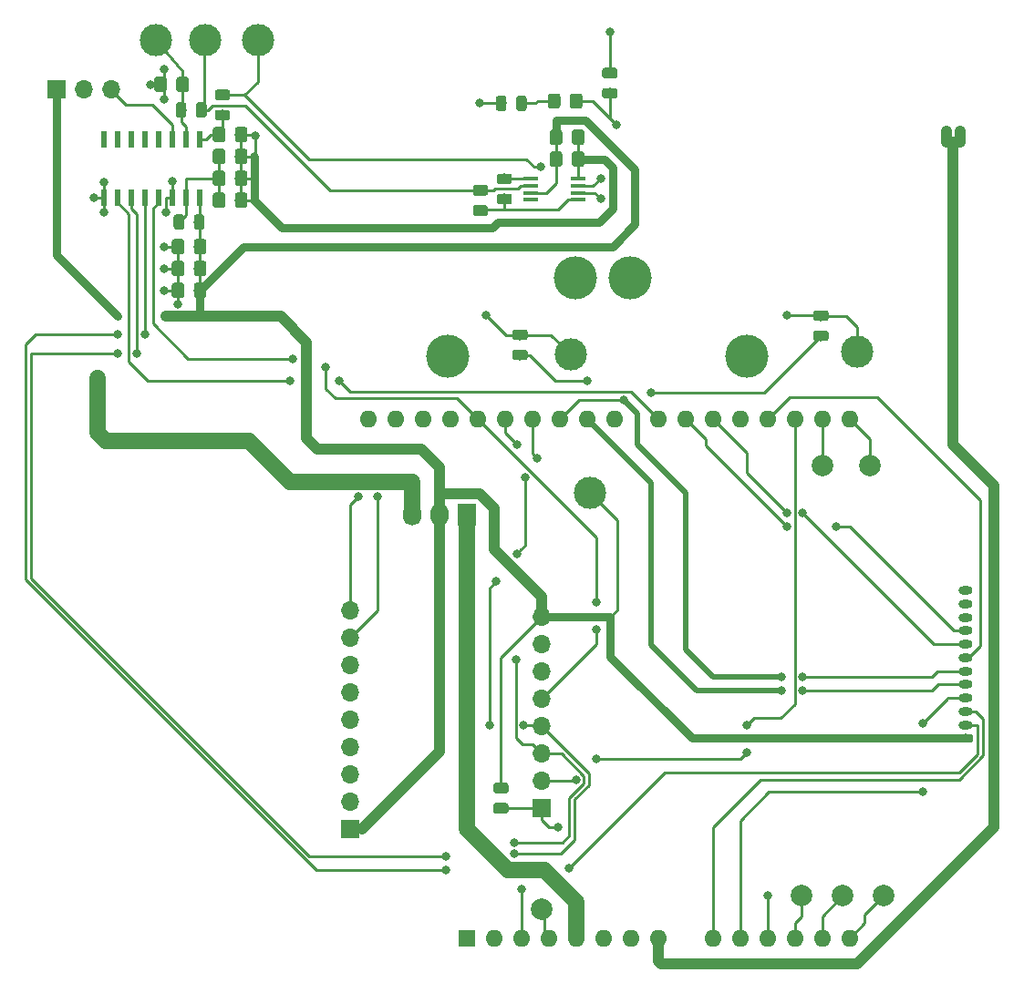
<source format=gbr>
G04 #@! TF.GenerationSoftware,KiCad,Pcbnew,(5.0.1)-3*
G04 #@! TF.CreationDate,2018-11-21T00:41:34-05:00*
G04 #@! TF.ProjectId,SMA_Driver_V1,534D415F4472697665725F56312E6B69,rev?*
G04 #@! TF.SameCoordinates,Original*
G04 #@! TF.FileFunction,Copper,L1,Top,Signal*
G04 #@! TF.FilePolarity,Positive*
%FSLAX46Y46*%
G04 Gerber Fmt 4.6, Leading zero omitted, Abs format (unit mm)*
G04 Created by KiCad (PCBNEW (5.0.1)-3) date 11/21/2018 00:41:34*
%MOMM*%
%LPD*%
G01*
G04 APERTURE LIST*
G04 #@! TA.AperFunction,ComponentPad*
%ADD10O,1.600000X1.600000*%
G04 #@! TD*
G04 #@! TA.AperFunction,ComponentPad*
%ADD11R,1.600000X1.600000*%
G04 #@! TD*
G04 #@! TA.AperFunction,ComponentPad*
%ADD12C,2.000000*%
G04 #@! TD*
G04 #@! TA.AperFunction,ComponentPad*
%ADD13O,1.700000X1.700000*%
G04 #@! TD*
G04 #@! TA.AperFunction,ComponentPad*
%ADD14R,1.700000X1.700000*%
G04 #@! TD*
G04 #@! TA.AperFunction,Conductor*
%ADD15C,0.100000*%
G04 #@! TD*
G04 #@! TA.AperFunction,SMDPad,CuDef*
%ADD16C,1.150000*%
G04 #@! TD*
G04 #@! TA.AperFunction,ComponentPad*
%ADD17C,0.800000*%
G04 #@! TD*
G04 #@! TA.AperFunction,ComponentPad*
%ADD18O,1.300000X0.800000*%
G04 #@! TD*
G04 #@! TA.AperFunction,ComponentPad*
%ADD19R,1.730000X2.030000*%
G04 #@! TD*
G04 #@! TA.AperFunction,ComponentPad*
%ADD20O,1.730000X2.030000*%
G04 #@! TD*
G04 #@! TA.AperFunction,SMDPad,CuDef*
%ADD21C,0.975000*%
G04 #@! TD*
G04 #@! TA.AperFunction,ComponentPad*
%ADD22C,3.000000*%
G04 #@! TD*
G04 #@! TA.AperFunction,SMDPad,CuDef*
%ADD23R,1.450000X0.450000*%
G04 #@! TD*
G04 #@! TA.AperFunction,SMDPad,CuDef*
%ADD24R,0.600000X1.550000*%
G04 #@! TD*
G04 #@! TA.AperFunction,ComponentPad*
%ADD25C,4.000000*%
G04 #@! TD*
G04 #@! TA.AperFunction,ViaPad*
%ADD26C,0.800000*%
G04 #@! TD*
G04 #@! TA.AperFunction,Conductor*
%ADD27C,0.250000*%
G04 #@! TD*
G04 #@! TA.AperFunction,Conductor*
%ADD28C,1.500000*%
G04 #@! TD*
G04 #@! TA.AperFunction,Conductor*
%ADD29C,0.750000*%
G04 #@! TD*
G04 #@! TA.AperFunction,Conductor*
%ADD30C,1.000000*%
G04 #@! TD*
G04 #@! TA.AperFunction,Conductor*
%ADD31C,0.500000*%
G04 #@! TD*
G04 APERTURE END LIST*
D10*
G04 #@! TO.P,A1,32*
G04 #@! TO.N,/Accel_SCL*
X33836800Y-40005000D03*
G04 #@! TO.P,A1,31*
G04 #@! TO.N,/Accel_SDA*
X36376800Y-40005000D03*
D11*
G04 #@! TO.P,A1,1*
G04 #@! TO.N,Net-(A1-Pad1)*
X42976800Y-88265000D03*
D10*
G04 #@! TO.P,A1,17*
G04 #@! TO.N,/SD_CS*
X73456800Y-40005000D03*
G04 #@! TO.P,A1,2*
G04 #@! TO.N,Net-(A1-Pad2)*
X45516800Y-88265000D03*
G04 #@! TO.P,A1,18*
G04 #@! TO.N,/LED_STAT_B1*
X70916800Y-40005000D03*
G04 #@! TO.P,A1,3*
G04 #@! TO.N,/MCU_RES*
X48056800Y-88265000D03*
G04 #@! TO.P,A1,19*
G04 #@! TO.N,/LED_STAT_B2*
X68376800Y-40005000D03*
G04 #@! TO.P,A1,4*
G04 #@! TO.N,/3V3*
X50596800Y-88265000D03*
G04 #@! TO.P,A1,20*
G04 #@! TO.N,/LED_STAT_O1*
X65836800Y-40005000D03*
G04 #@! TO.P,A1,5*
G04 #@! TO.N,/5V_Arduino*
X53136800Y-88265000D03*
G04 #@! TO.P,A1,21*
G04 #@! TO.N,/LED_STAT_O2*
X63296800Y-40005000D03*
G04 #@! TO.P,A1,6*
G04 #@! TO.N,GND*
X55676800Y-88265000D03*
G04 #@! TO.P,A1,22*
G04 #@! TO.N,/ADC_CS*
X60756800Y-40005000D03*
G04 #@! TO.P,A1,7*
G04 #@! TO.N,GND*
X58216800Y-88265000D03*
G04 #@! TO.P,A1,23*
G04 #@! TO.N,/Enc_CS*
X56696800Y-40005000D03*
G04 #@! TO.P,A1,8*
G04 #@! TO.N,+12V*
X60756800Y-88265000D03*
G04 #@! TO.P,A1,24*
G04 #@! TO.N,/SMA_COM1*
X54156800Y-40005000D03*
G04 #@! TO.P,A1,9*
G04 #@! TO.N,/POT_1*
X65836800Y-88265000D03*
G04 #@! TO.P,A1,25*
G04 #@! TO.N,/SMA_COM2*
X51616800Y-40005000D03*
G04 #@! TO.P,A1,10*
G04 #@! TO.N,/POT_2*
X68376800Y-88265000D03*
G04 #@! TO.P,A1,26*
G04 #@! TO.N,/SPI_MOSI*
X49076800Y-40005000D03*
G04 #@! TO.P,A1,11*
G04 #@! TO.N,/SD_CD*
X70916800Y-88265000D03*
G04 #@! TO.P,A1,27*
G04 #@! TO.N,/SPI_MISO*
X46536800Y-40005000D03*
G04 #@! TO.P,A1,12*
G04 #@! TO.N,/A3*
X73456800Y-88265000D03*
G04 #@! TO.P,A1,28*
G04 #@! TO.N,/SPI_CLK*
X43996800Y-40005000D03*
G04 #@! TO.P,A1,13*
G04 #@! TO.N,/A4*
X75996800Y-88265000D03*
G04 #@! TO.P,A1,29*
G04 #@! TO.N,GND*
X41456800Y-40005000D03*
G04 #@! TO.P,A1,14*
G04 #@! TO.N,/A5*
X78536800Y-88265000D03*
G04 #@! TO.P,A1,30*
G04 #@! TO.N,Net-(A1-Pad30)*
X38916800Y-40005000D03*
G04 #@! TO.P,A1,15*
G04 #@! TO.N,/D0*
X78536800Y-40005000D03*
G04 #@! TO.P,A1,16*
G04 #@! TO.N,/D1*
X75996800Y-40005000D03*
G04 #@! TD*
D12*
G04 #@! TO.P,TP21,1*
G04 #@! TO.N,/A3*
X74091800Y-84328000D03*
G04 #@! TD*
D13*
G04 #@! TO.P,J2,3*
G04 #@! TO.N,/Enc_Vout*
X9956800Y-9398000D03*
G04 #@! TO.P,J2,2*
G04 #@! TO.N,GND*
X7416800Y-9398000D03*
D14*
G04 #@! TO.P,J2,1*
G04 #@! TO.N,+5V*
X4876800Y-9398000D03*
G04 #@! TD*
D15*
G04 #@! TO.N,GND*
G04 #@! TO.C,C11*
G36*
X22380305Y-16954204D02*
X22404573Y-16957804D01*
X22428372Y-16963765D01*
X22451471Y-16972030D01*
X22473650Y-16982520D01*
X22494693Y-16995132D01*
X22514399Y-17009747D01*
X22532577Y-17026223D01*
X22549053Y-17044401D01*
X22563668Y-17064107D01*
X22576280Y-17085150D01*
X22586770Y-17107329D01*
X22595035Y-17130428D01*
X22600996Y-17154227D01*
X22604596Y-17178495D01*
X22605800Y-17202999D01*
X22605800Y-18103001D01*
X22604596Y-18127505D01*
X22600996Y-18151773D01*
X22595035Y-18175572D01*
X22586770Y-18198671D01*
X22576280Y-18220850D01*
X22563668Y-18241893D01*
X22549053Y-18261599D01*
X22532577Y-18279777D01*
X22514399Y-18296253D01*
X22494693Y-18310868D01*
X22473650Y-18323480D01*
X22451471Y-18333970D01*
X22428372Y-18342235D01*
X22404573Y-18348196D01*
X22380305Y-18351796D01*
X22355801Y-18353000D01*
X21705799Y-18353000D01*
X21681295Y-18351796D01*
X21657027Y-18348196D01*
X21633228Y-18342235D01*
X21610129Y-18333970D01*
X21587950Y-18323480D01*
X21566907Y-18310868D01*
X21547201Y-18296253D01*
X21529023Y-18279777D01*
X21512547Y-18261599D01*
X21497932Y-18241893D01*
X21485320Y-18220850D01*
X21474830Y-18198671D01*
X21466565Y-18175572D01*
X21460604Y-18151773D01*
X21457004Y-18127505D01*
X21455800Y-18103001D01*
X21455800Y-17202999D01*
X21457004Y-17178495D01*
X21460604Y-17154227D01*
X21466565Y-17130428D01*
X21474830Y-17107329D01*
X21485320Y-17085150D01*
X21497932Y-17064107D01*
X21512547Y-17044401D01*
X21529023Y-17026223D01*
X21547201Y-17009747D01*
X21566907Y-16995132D01*
X21587950Y-16982520D01*
X21610129Y-16972030D01*
X21633228Y-16963765D01*
X21657027Y-16957804D01*
X21681295Y-16954204D01*
X21705799Y-16953000D01*
X22355801Y-16953000D01*
X22380305Y-16954204D01*
X22380305Y-16954204D01*
G37*
D16*
G04 #@! TD*
G04 #@! TO.P,C11,2*
G04 #@! TO.N,GND*
X22030800Y-17653000D03*
D15*
G04 #@! TO.N,/Vref*
G04 #@! TO.C,C11*
G36*
X20330305Y-16954204D02*
X20354573Y-16957804D01*
X20378372Y-16963765D01*
X20401471Y-16972030D01*
X20423650Y-16982520D01*
X20444693Y-16995132D01*
X20464399Y-17009747D01*
X20482577Y-17026223D01*
X20499053Y-17044401D01*
X20513668Y-17064107D01*
X20526280Y-17085150D01*
X20536770Y-17107329D01*
X20545035Y-17130428D01*
X20550996Y-17154227D01*
X20554596Y-17178495D01*
X20555800Y-17202999D01*
X20555800Y-18103001D01*
X20554596Y-18127505D01*
X20550996Y-18151773D01*
X20545035Y-18175572D01*
X20536770Y-18198671D01*
X20526280Y-18220850D01*
X20513668Y-18241893D01*
X20499053Y-18261599D01*
X20482577Y-18279777D01*
X20464399Y-18296253D01*
X20444693Y-18310868D01*
X20423650Y-18323480D01*
X20401471Y-18333970D01*
X20378372Y-18342235D01*
X20354573Y-18348196D01*
X20330305Y-18351796D01*
X20305801Y-18353000D01*
X19655799Y-18353000D01*
X19631295Y-18351796D01*
X19607027Y-18348196D01*
X19583228Y-18342235D01*
X19560129Y-18333970D01*
X19537950Y-18323480D01*
X19516907Y-18310868D01*
X19497201Y-18296253D01*
X19479023Y-18279777D01*
X19462547Y-18261599D01*
X19447932Y-18241893D01*
X19435320Y-18220850D01*
X19424830Y-18198671D01*
X19416565Y-18175572D01*
X19410604Y-18151773D01*
X19407004Y-18127505D01*
X19405800Y-18103001D01*
X19405800Y-17202999D01*
X19407004Y-17178495D01*
X19410604Y-17154227D01*
X19416565Y-17130428D01*
X19424830Y-17107329D01*
X19435320Y-17085150D01*
X19447932Y-17064107D01*
X19462547Y-17044401D01*
X19479023Y-17026223D01*
X19497201Y-17009747D01*
X19516907Y-16995132D01*
X19537950Y-16982520D01*
X19560129Y-16972030D01*
X19583228Y-16963765D01*
X19607027Y-16957804D01*
X19631295Y-16954204D01*
X19655799Y-16953000D01*
X20305801Y-16953000D01*
X20330305Y-16954204D01*
X20330305Y-16954204D01*
G37*
D16*
G04 #@! TD*
G04 #@! TO.P,C11,1*
G04 #@! TO.N,/Vref*
X19980800Y-17653000D03*
D15*
G04 #@! TO.N,+5V*
G04 #@! TO.C,C28*
G36*
X18570305Y-27368204D02*
X18594573Y-27371804D01*
X18618372Y-27377765D01*
X18641471Y-27386030D01*
X18663650Y-27396520D01*
X18684693Y-27409132D01*
X18704399Y-27423747D01*
X18722577Y-27440223D01*
X18739053Y-27458401D01*
X18753668Y-27478107D01*
X18766280Y-27499150D01*
X18776770Y-27521329D01*
X18785035Y-27544428D01*
X18790996Y-27568227D01*
X18794596Y-27592495D01*
X18795800Y-27616999D01*
X18795800Y-28517001D01*
X18794596Y-28541505D01*
X18790996Y-28565773D01*
X18785035Y-28589572D01*
X18776770Y-28612671D01*
X18766280Y-28634850D01*
X18753668Y-28655893D01*
X18739053Y-28675599D01*
X18722577Y-28693777D01*
X18704399Y-28710253D01*
X18684693Y-28724868D01*
X18663650Y-28737480D01*
X18641471Y-28747970D01*
X18618372Y-28756235D01*
X18594573Y-28762196D01*
X18570305Y-28765796D01*
X18545801Y-28767000D01*
X17895799Y-28767000D01*
X17871295Y-28765796D01*
X17847027Y-28762196D01*
X17823228Y-28756235D01*
X17800129Y-28747970D01*
X17777950Y-28737480D01*
X17756907Y-28724868D01*
X17737201Y-28710253D01*
X17719023Y-28693777D01*
X17702547Y-28675599D01*
X17687932Y-28655893D01*
X17675320Y-28634850D01*
X17664830Y-28612671D01*
X17656565Y-28589572D01*
X17650604Y-28565773D01*
X17647004Y-28541505D01*
X17645800Y-28517001D01*
X17645800Y-27616999D01*
X17647004Y-27592495D01*
X17650604Y-27568227D01*
X17656565Y-27544428D01*
X17664830Y-27521329D01*
X17675320Y-27499150D01*
X17687932Y-27478107D01*
X17702547Y-27458401D01*
X17719023Y-27440223D01*
X17737201Y-27423747D01*
X17756907Y-27409132D01*
X17777950Y-27396520D01*
X17800129Y-27386030D01*
X17823228Y-27377765D01*
X17847027Y-27371804D01*
X17871295Y-27368204D01*
X17895799Y-27367000D01*
X18545801Y-27367000D01*
X18570305Y-27368204D01*
X18570305Y-27368204D01*
G37*
D16*
G04 #@! TD*
G04 #@! TO.P,C28,1*
G04 #@! TO.N,+5V*
X18220800Y-28067000D03*
D15*
G04 #@! TO.N,GND*
G04 #@! TO.C,C28*
G36*
X16520305Y-27368204D02*
X16544573Y-27371804D01*
X16568372Y-27377765D01*
X16591471Y-27386030D01*
X16613650Y-27396520D01*
X16634693Y-27409132D01*
X16654399Y-27423747D01*
X16672577Y-27440223D01*
X16689053Y-27458401D01*
X16703668Y-27478107D01*
X16716280Y-27499150D01*
X16726770Y-27521329D01*
X16735035Y-27544428D01*
X16740996Y-27568227D01*
X16744596Y-27592495D01*
X16745800Y-27616999D01*
X16745800Y-28517001D01*
X16744596Y-28541505D01*
X16740996Y-28565773D01*
X16735035Y-28589572D01*
X16726770Y-28612671D01*
X16716280Y-28634850D01*
X16703668Y-28655893D01*
X16689053Y-28675599D01*
X16672577Y-28693777D01*
X16654399Y-28710253D01*
X16634693Y-28724868D01*
X16613650Y-28737480D01*
X16591471Y-28747970D01*
X16568372Y-28756235D01*
X16544573Y-28762196D01*
X16520305Y-28765796D01*
X16495801Y-28767000D01*
X15845799Y-28767000D01*
X15821295Y-28765796D01*
X15797027Y-28762196D01*
X15773228Y-28756235D01*
X15750129Y-28747970D01*
X15727950Y-28737480D01*
X15706907Y-28724868D01*
X15687201Y-28710253D01*
X15669023Y-28693777D01*
X15652547Y-28675599D01*
X15637932Y-28655893D01*
X15625320Y-28634850D01*
X15614830Y-28612671D01*
X15606565Y-28589572D01*
X15600604Y-28565773D01*
X15597004Y-28541505D01*
X15595800Y-28517001D01*
X15595800Y-27616999D01*
X15597004Y-27592495D01*
X15600604Y-27568227D01*
X15606565Y-27544428D01*
X15614830Y-27521329D01*
X15625320Y-27499150D01*
X15637932Y-27478107D01*
X15652547Y-27458401D01*
X15669023Y-27440223D01*
X15687201Y-27423747D01*
X15706907Y-27409132D01*
X15727950Y-27396520D01*
X15750129Y-27386030D01*
X15773228Y-27377765D01*
X15797027Y-27371804D01*
X15821295Y-27368204D01*
X15845799Y-27367000D01*
X16495801Y-27367000D01*
X16520305Y-27368204D01*
X16520305Y-27368204D01*
G37*
D16*
G04 #@! TD*
G04 #@! TO.P,C28,2*
G04 #@! TO.N,GND*
X16170800Y-28067000D03*
D15*
G04 #@! TO.N,/VDRV_SEN*
G04 #@! TO.C,C4*
G36*
X20330305Y-12890204D02*
X20354573Y-12893804D01*
X20378372Y-12899765D01*
X20401471Y-12908030D01*
X20423650Y-12918520D01*
X20444693Y-12931132D01*
X20464399Y-12945747D01*
X20482577Y-12962223D01*
X20499053Y-12980401D01*
X20513668Y-13000107D01*
X20526280Y-13021150D01*
X20536770Y-13043329D01*
X20545035Y-13066428D01*
X20550996Y-13090227D01*
X20554596Y-13114495D01*
X20555800Y-13138999D01*
X20555800Y-14039001D01*
X20554596Y-14063505D01*
X20550996Y-14087773D01*
X20545035Y-14111572D01*
X20536770Y-14134671D01*
X20526280Y-14156850D01*
X20513668Y-14177893D01*
X20499053Y-14197599D01*
X20482577Y-14215777D01*
X20464399Y-14232253D01*
X20444693Y-14246868D01*
X20423650Y-14259480D01*
X20401471Y-14269970D01*
X20378372Y-14278235D01*
X20354573Y-14284196D01*
X20330305Y-14287796D01*
X20305801Y-14289000D01*
X19655799Y-14289000D01*
X19631295Y-14287796D01*
X19607027Y-14284196D01*
X19583228Y-14278235D01*
X19560129Y-14269970D01*
X19537950Y-14259480D01*
X19516907Y-14246868D01*
X19497201Y-14232253D01*
X19479023Y-14215777D01*
X19462547Y-14197599D01*
X19447932Y-14177893D01*
X19435320Y-14156850D01*
X19424830Y-14134671D01*
X19416565Y-14111572D01*
X19410604Y-14087773D01*
X19407004Y-14063505D01*
X19405800Y-14039001D01*
X19405800Y-13138999D01*
X19407004Y-13114495D01*
X19410604Y-13090227D01*
X19416565Y-13066428D01*
X19424830Y-13043329D01*
X19435320Y-13021150D01*
X19447932Y-13000107D01*
X19462547Y-12980401D01*
X19479023Y-12962223D01*
X19497201Y-12945747D01*
X19516907Y-12931132D01*
X19537950Y-12918520D01*
X19560129Y-12908030D01*
X19583228Y-12899765D01*
X19607027Y-12893804D01*
X19631295Y-12890204D01*
X19655799Y-12889000D01*
X20305801Y-12889000D01*
X20330305Y-12890204D01*
X20330305Y-12890204D01*
G37*
D16*
G04 #@! TD*
G04 #@! TO.P,C4,1*
G04 #@! TO.N,/VDRV_SEN*
X19980800Y-13589000D03*
D15*
G04 #@! TO.N,GND*
G04 #@! TO.C,C4*
G36*
X22380305Y-12890204D02*
X22404573Y-12893804D01*
X22428372Y-12899765D01*
X22451471Y-12908030D01*
X22473650Y-12918520D01*
X22494693Y-12931132D01*
X22514399Y-12945747D01*
X22532577Y-12962223D01*
X22549053Y-12980401D01*
X22563668Y-13000107D01*
X22576280Y-13021150D01*
X22586770Y-13043329D01*
X22595035Y-13066428D01*
X22600996Y-13090227D01*
X22604596Y-13114495D01*
X22605800Y-13138999D01*
X22605800Y-14039001D01*
X22604596Y-14063505D01*
X22600996Y-14087773D01*
X22595035Y-14111572D01*
X22586770Y-14134671D01*
X22576280Y-14156850D01*
X22563668Y-14177893D01*
X22549053Y-14197599D01*
X22532577Y-14215777D01*
X22514399Y-14232253D01*
X22494693Y-14246868D01*
X22473650Y-14259480D01*
X22451471Y-14269970D01*
X22428372Y-14278235D01*
X22404573Y-14284196D01*
X22380305Y-14287796D01*
X22355801Y-14289000D01*
X21705799Y-14289000D01*
X21681295Y-14287796D01*
X21657027Y-14284196D01*
X21633228Y-14278235D01*
X21610129Y-14269970D01*
X21587950Y-14259480D01*
X21566907Y-14246868D01*
X21547201Y-14232253D01*
X21529023Y-14215777D01*
X21512547Y-14197599D01*
X21497932Y-14177893D01*
X21485320Y-14156850D01*
X21474830Y-14134671D01*
X21466565Y-14111572D01*
X21460604Y-14087773D01*
X21457004Y-14063505D01*
X21455800Y-14039001D01*
X21455800Y-13138999D01*
X21457004Y-13114495D01*
X21460604Y-13090227D01*
X21466565Y-13066428D01*
X21474830Y-13043329D01*
X21485320Y-13021150D01*
X21497932Y-13000107D01*
X21512547Y-12980401D01*
X21529023Y-12962223D01*
X21547201Y-12945747D01*
X21566907Y-12931132D01*
X21587950Y-12918520D01*
X21610129Y-12908030D01*
X21633228Y-12899765D01*
X21657027Y-12893804D01*
X21681295Y-12890204D01*
X21705799Y-12889000D01*
X22355801Y-12889000D01*
X22380305Y-12890204D01*
X22380305Y-12890204D01*
G37*
D16*
G04 #@! TD*
G04 #@! TO.P,C4,2*
G04 #@! TO.N,GND*
X22030800Y-13589000D03*
D15*
G04 #@! TO.N,/Vreg_TRIM*
G04 #@! TO.C,C5*
G36*
X53495305Y-9778704D02*
X53519573Y-9782304D01*
X53543372Y-9788265D01*
X53566471Y-9796530D01*
X53588650Y-9807020D01*
X53609693Y-9819632D01*
X53629399Y-9834247D01*
X53647577Y-9850723D01*
X53664053Y-9868901D01*
X53678668Y-9888607D01*
X53691280Y-9909650D01*
X53701770Y-9931829D01*
X53710035Y-9954928D01*
X53715996Y-9978727D01*
X53719596Y-10002995D01*
X53720800Y-10027499D01*
X53720800Y-10927501D01*
X53719596Y-10952005D01*
X53715996Y-10976273D01*
X53710035Y-11000072D01*
X53701770Y-11023171D01*
X53691280Y-11045350D01*
X53678668Y-11066393D01*
X53664053Y-11086099D01*
X53647577Y-11104277D01*
X53629399Y-11120753D01*
X53609693Y-11135368D01*
X53588650Y-11147980D01*
X53566471Y-11158470D01*
X53543372Y-11166735D01*
X53519573Y-11172696D01*
X53495305Y-11176296D01*
X53470801Y-11177500D01*
X52820799Y-11177500D01*
X52796295Y-11176296D01*
X52772027Y-11172696D01*
X52748228Y-11166735D01*
X52725129Y-11158470D01*
X52702950Y-11147980D01*
X52681907Y-11135368D01*
X52662201Y-11120753D01*
X52644023Y-11104277D01*
X52627547Y-11086099D01*
X52612932Y-11066393D01*
X52600320Y-11045350D01*
X52589830Y-11023171D01*
X52581565Y-11000072D01*
X52575604Y-10976273D01*
X52572004Y-10952005D01*
X52570800Y-10927501D01*
X52570800Y-10027499D01*
X52572004Y-10002995D01*
X52575604Y-9978727D01*
X52581565Y-9954928D01*
X52589830Y-9931829D01*
X52600320Y-9909650D01*
X52612932Y-9888607D01*
X52627547Y-9868901D01*
X52644023Y-9850723D01*
X52662201Y-9834247D01*
X52681907Y-9819632D01*
X52702950Y-9807020D01*
X52725129Y-9796530D01*
X52748228Y-9788265D01*
X52772027Y-9782304D01*
X52796295Y-9778704D01*
X52820799Y-9777500D01*
X53470801Y-9777500D01*
X53495305Y-9778704D01*
X53495305Y-9778704D01*
G37*
D16*
G04 #@! TD*
G04 #@! TO.P,C5,2*
G04 #@! TO.N,/Vreg_TRIM*
X53145800Y-10477500D03*
D15*
G04 #@! TO.N,Net-(C5-Pad1)*
G04 #@! TO.C,C5*
G36*
X51445305Y-9778704D02*
X51469573Y-9782304D01*
X51493372Y-9788265D01*
X51516471Y-9796530D01*
X51538650Y-9807020D01*
X51559693Y-9819632D01*
X51579399Y-9834247D01*
X51597577Y-9850723D01*
X51614053Y-9868901D01*
X51628668Y-9888607D01*
X51641280Y-9909650D01*
X51651770Y-9931829D01*
X51660035Y-9954928D01*
X51665996Y-9978727D01*
X51669596Y-10002995D01*
X51670800Y-10027499D01*
X51670800Y-10927501D01*
X51669596Y-10952005D01*
X51665996Y-10976273D01*
X51660035Y-11000072D01*
X51651770Y-11023171D01*
X51641280Y-11045350D01*
X51628668Y-11066393D01*
X51614053Y-11086099D01*
X51597577Y-11104277D01*
X51579399Y-11120753D01*
X51559693Y-11135368D01*
X51538650Y-11147980D01*
X51516471Y-11158470D01*
X51493372Y-11166735D01*
X51469573Y-11172696D01*
X51445305Y-11176296D01*
X51420801Y-11177500D01*
X50770799Y-11177500D01*
X50746295Y-11176296D01*
X50722027Y-11172696D01*
X50698228Y-11166735D01*
X50675129Y-11158470D01*
X50652950Y-11147980D01*
X50631907Y-11135368D01*
X50612201Y-11120753D01*
X50594023Y-11104277D01*
X50577547Y-11086099D01*
X50562932Y-11066393D01*
X50550320Y-11045350D01*
X50539830Y-11023171D01*
X50531565Y-11000072D01*
X50525604Y-10976273D01*
X50522004Y-10952005D01*
X50520800Y-10927501D01*
X50520800Y-10027499D01*
X50522004Y-10002995D01*
X50525604Y-9978727D01*
X50531565Y-9954928D01*
X50539830Y-9931829D01*
X50550320Y-9909650D01*
X50562932Y-9888607D01*
X50577547Y-9868901D01*
X50594023Y-9850723D01*
X50612201Y-9834247D01*
X50631907Y-9819632D01*
X50652950Y-9807020D01*
X50675129Y-9796530D01*
X50698228Y-9788265D01*
X50722027Y-9782304D01*
X50746295Y-9778704D01*
X50770799Y-9777500D01*
X51420801Y-9777500D01*
X51445305Y-9778704D01*
X51445305Y-9778704D01*
G37*
D16*
G04 #@! TD*
G04 #@! TO.P,C5,1*
G04 #@! TO.N,Net-(C5-Pad1)*
X51095800Y-10477500D03*
D15*
G04 #@! TO.N,+5V*
G04 #@! TO.C,C10*
G36*
X51623105Y-15176204D02*
X51647373Y-15179804D01*
X51671172Y-15185765D01*
X51694271Y-15194030D01*
X51716450Y-15204520D01*
X51737493Y-15217132D01*
X51757199Y-15231747D01*
X51775377Y-15248223D01*
X51791853Y-15266401D01*
X51806468Y-15286107D01*
X51819080Y-15307150D01*
X51829570Y-15329329D01*
X51837835Y-15352428D01*
X51843796Y-15376227D01*
X51847396Y-15400495D01*
X51848600Y-15424999D01*
X51848600Y-16325001D01*
X51847396Y-16349505D01*
X51843796Y-16373773D01*
X51837835Y-16397572D01*
X51829570Y-16420671D01*
X51819080Y-16442850D01*
X51806468Y-16463893D01*
X51791853Y-16483599D01*
X51775377Y-16501777D01*
X51757199Y-16518253D01*
X51737493Y-16532868D01*
X51716450Y-16545480D01*
X51694271Y-16555970D01*
X51671172Y-16564235D01*
X51647373Y-16570196D01*
X51623105Y-16573796D01*
X51598601Y-16575000D01*
X50948599Y-16575000D01*
X50924095Y-16573796D01*
X50899827Y-16570196D01*
X50876028Y-16564235D01*
X50852929Y-16555970D01*
X50830750Y-16545480D01*
X50809707Y-16532868D01*
X50790001Y-16518253D01*
X50771823Y-16501777D01*
X50755347Y-16483599D01*
X50740732Y-16463893D01*
X50728120Y-16442850D01*
X50717630Y-16420671D01*
X50709365Y-16397572D01*
X50703404Y-16373773D01*
X50699804Y-16349505D01*
X50698600Y-16325001D01*
X50698600Y-15424999D01*
X50699804Y-15400495D01*
X50703404Y-15376227D01*
X50709365Y-15352428D01*
X50717630Y-15329329D01*
X50728120Y-15307150D01*
X50740732Y-15286107D01*
X50755347Y-15266401D01*
X50771823Y-15248223D01*
X50790001Y-15231747D01*
X50809707Y-15217132D01*
X50830750Y-15204520D01*
X50852929Y-15194030D01*
X50876028Y-15185765D01*
X50899827Y-15179804D01*
X50924095Y-15176204D01*
X50948599Y-15175000D01*
X51598601Y-15175000D01*
X51623105Y-15176204D01*
X51623105Y-15176204D01*
G37*
D16*
G04 #@! TD*
G04 #@! TO.P,C10,1*
G04 #@! TO.N,+5V*
X51273600Y-15875000D03*
D15*
G04 #@! TO.N,GND*
G04 #@! TO.C,C10*
G36*
X53673105Y-15176204D02*
X53697373Y-15179804D01*
X53721172Y-15185765D01*
X53744271Y-15194030D01*
X53766450Y-15204520D01*
X53787493Y-15217132D01*
X53807199Y-15231747D01*
X53825377Y-15248223D01*
X53841853Y-15266401D01*
X53856468Y-15286107D01*
X53869080Y-15307150D01*
X53879570Y-15329329D01*
X53887835Y-15352428D01*
X53893796Y-15376227D01*
X53897396Y-15400495D01*
X53898600Y-15424999D01*
X53898600Y-16325001D01*
X53897396Y-16349505D01*
X53893796Y-16373773D01*
X53887835Y-16397572D01*
X53879570Y-16420671D01*
X53869080Y-16442850D01*
X53856468Y-16463893D01*
X53841853Y-16483599D01*
X53825377Y-16501777D01*
X53807199Y-16518253D01*
X53787493Y-16532868D01*
X53766450Y-16545480D01*
X53744271Y-16555970D01*
X53721172Y-16564235D01*
X53697373Y-16570196D01*
X53673105Y-16573796D01*
X53648601Y-16575000D01*
X52998599Y-16575000D01*
X52974095Y-16573796D01*
X52949827Y-16570196D01*
X52926028Y-16564235D01*
X52902929Y-16555970D01*
X52880750Y-16545480D01*
X52859707Y-16532868D01*
X52840001Y-16518253D01*
X52821823Y-16501777D01*
X52805347Y-16483599D01*
X52790732Y-16463893D01*
X52778120Y-16442850D01*
X52767630Y-16420671D01*
X52759365Y-16397572D01*
X52753404Y-16373773D01*
X52749804Y-16349505D01*
X52748600Y-16325001D01*
X52748600Y-15424999D01*
X52749804Y-15400495D01*
X52753404Y-15376227D01*
X52759365Y-15352428D01*
X52767630Y-15329329D01*
X52778120Y-15307150D01*
X52790732Y-15286107D01*
X52805347Y-15266401D01*
X52821823Y-15248223D01*
X52840001Y-15231747D01*
X52859707Y-15217132D01*
X52880750Y-15204520D01*
X52902929Y-15194030D01*
X52926028Y-15185765D01*
X52949827Y-15179804D01*
X52974095Y-15176204D01*
X52998599Y-15175000D01*
X53648601Y-15175000D01*
X53673105Y-15176204D01*
X53673105Y-15176204D01*
G37*
D16*
G04 #@! TD*
G04 #@! TO.P,C10,2*
G04 #@! TO.N,GND*
X53323600Y-15875000D03*
D15*
G04 #@! TO.N,GND*
G04 #@! TO.C,C12*
G36*
X53673105Y-13144204D02*
X53697373Y-13147804D01*
X53721172Y-13153765D01*
X53744271Y-13162030D01*
X53766450Y-13172520D01*
X53787493Y-13185132D01*
X53807199Y-13199747D01*
X53825377Y-13216223D01*
X53841853Y-13234401D01*
X53856468Y-13254107D01*
X53869080Y-13275150D01*
X53879570Y-13297329D01*
X53887835Y-13320428D01*
X53893796Y-13344227D01*
X53897396Y-13368495D01*
X53898600Y-13392999D01*
X53898600Y-14293001D01*
X53897396Y-14317505D01*
X53893796Y-14341773D01*
X53887835Y-14365572D01*
X53879570Y-14388671D01*
X53869080Y-14410850D01*
X53856468Y-14431893D01*
X53841853Y-14451599D01*
X53825377Y-14469777D01*
X53807199Y-14486253D01*
X53787493Y-14500868D01*
X53766450Y-14513480D01*
X53744271Y-14523970D01*
X53721172Y-14532235D01*
X53697373Y-14538196D01*
X53673105Y-14541796D01*
X53648601Y-14543000D01*
X52998599Y-14543000D01*
X52974095Y-14541796D01*
X52949827Y-14538196D01*
X52926028Y-14532235D01*
X52902929Y-14523970D01*
X52880750Y-14513480D01*
X52859707Y-14500868D01*
X52840001Y-14486253D01*
X52821823Y-14469777D01*
X52805347Y-14451599D01*
X52790732Y-14431893D01*
X52778120Y-14410850D01*
X52767630Y-14388671D01*
X52759365Y-14365572D01*
X52753404Y-14341773D01*
X52749804Y-14317505D01*
X52748600Y-14293001D01*
X52748600Y-13392999D01*
X52749804Y-13368495D01*
X52753404Y-13344227D01*
X52759365Y-13320428D01*
X52767630Y-13297329D01*
X52778120Y-13275150D01*
X52790732Y-13254107D01*
X52805347Y-13234401D01*
X52821823Y-13216223D01*
X52840001Y-13199747D01*
X52859707Y-13185132D01*
X52880750Y-13172520D01*
X52902929Y-13162030D01*
X52926028Y-13153765D01*
X52949827Y-13147804D01*
X52974095Y-13144204D01*
X52998599Y-13143000D01*
X53648601Y-13143000D01*
X53673105Y-13144204D01*
X53673105Y-13144204D01*
G37*
D16*
G04 #@! TD*
G04 #@! TO.P,C12,2*
G04 #@! TO.N,GND*
X53323600Y-13843000D03*
D15*
G04 #@! TO.N,+5V*
G04 #@! TO.C,C12*
G36*
X51623105Y-13144204D02*
X51647373Y-13147804D01*
X51671172Y-13153765D01*
X51694271Y-13162030D01*
X51716450Y-13172520D01*
X51737493Y-13185132D01*
X51757199Y-13199747D01*
X51775377Y-13216223D01*
X51791853Y-13234401D01*
X51806468Y-13254107D01*
X51819080Y-13275150D01*
X51829570Y-13297329D01*
X51837835Y-13320428D01*
X51843796Y-13344227D01*
X51847396Y-13368495D01*
X51848600Y-13392999D01*
X51848600Y-14293001D01*
X51847396Y-14317505D01*
X51843796Y-14341773D01*
X51837835Y-14365572D01*
X51829570Y-14388671D01*
X51819080Y-14410850D01*
X51806468Y-14431893D01*
X51791853Y-14451599D01*
X51775377Y-14469777D01*
X51757199Y-14486253D01*
X51737493Y-14500868D01*
X51716450Y-14513480D01*
X51694271Y-14523970D01*
X51671172Y-14532235D01*
X51647373Y-14538196D01*
X51623105Y-14541796D01*
X51598601Y-14543000D01*
X50948599Y-14543000D01*
X50924095Y-14541796D01*
X50899827Y-14538196D01*
X50876028Y-14532235D01*
X50852929Y-14523970D01*
X50830750Y-14513480D01*
X50809707Y-14500868D01*
X50790001Y-14486253D01*
X50771823Y-14469777D01*
X50755347Y-14451599D01*
X50740732Y-14431893D01*
X50728120Y-14410850D01*
X50717630Y-14388671D01*
X50709365Y-14365572D01*
X50703404Y-14341773D01*
X50699804Y-14317505D01*
X50698600Y-14293001D01*
X50698600Y-13392999D01*
X50699804Y-13368495D01*
X50703404Y-13344227D01*
X50709365Y-13320428D01*
X50717630Y-13297329D01*
X50728120Y-13275150D01*
X50740732Y-13254107D01*
X50755347Y-13234401D01*
X50771823Y-13216223D01*
X50790001Y-13199747D01*
X50809707Y-13185132D01*
X50830750Y-13172520D01*
X50852929Y-13162030D01*
X50876028Y-13153765D01*
X50899827Y-13147804D01*
X50924095Y-13144204D01*
X50948599Y-13143000D01*
X51598601Y-13143000D01*
X51623105Y-13144204D01*
X51623105Y-13144204D01*
G37*
D16*
G04 #@! TD*
G04 #@! TO.P,C12,1*
G04 #@! TO.N,+5V*
X51273600Y-13843000D03*
D15*
G04 #@! TO.N,GND*
G04 #@! TO.C,C16*
G36*
X14894705Y-8229304D02*
X14918973Y-8232904D01*
X14942772Y-8238865D01*
X14965871Y-8247130D01*
X14988050Y-8257620D01*
X15009093Y-8270232D01*
X15028799Y-8284847D01*
X15046977Y-8301323D01*
X15063453Y-8319501D01*
X15078068Y-8339207D01*
X15090680Y-8360250D01*
X15101170Y-8382429D01*
X15109435Y-8405528D01*
X15115396Y-8429327D01*
X15118996Y-8453595D01*
X15120200Y-8478099D01*
X15120200Y-9378101D01*
X15118996Y-9402605D01*
X15115396Y-9426873D01*
X15109435Y-9450672D01*
X15101170Y-9473771D01*
X15090680Y-9495950D01*
X15078068Y-9516993D01*
X15063453Y-9536699D01*
X15046977Y-9554877D01*
X15028799Y-9571353D01*
X15009093Y-9585968D01*
X14988050Y-9598580D01*
X14965871Y-9609070D01*
X14942772Y-9617335D01*
X14918973Y-9623296D01*
X14894705Y-9626896D01*
X14870201Y-9628100D01*
X14220199Y-9628100D01*
X14195695Y-9626896D01*
X14171427Y-9623296D01*
X14147628Y-9617335D01*
X14124529Y-9609070D01*
X14102350Y-9598580D01*
X14081307Y-9585968D01*
X14061601Y-9571353D01*
X14043423Y-9554877D01*
X14026947Y-9536699D01*
X14012332Y-9516993D01*
X13999720Y-9495950D01*
X13989230Y-9473771D01*
X13980965Y-9450672D01*
X13975004Y-9426873D01*
X13971404Y-9402605D01*
X13970200Y-9378101D01*
X13970200Y-8478099D01*
X13971404Y-8453595D01*
X13975004Y-8429327D01*
X13980965Y-8405528D01*
X13989230Y-8382429D01*
X13999720Y-8360250D01*
X14012332Y-8339207D01*
X14026947Y-8319501D01*
X14043423Y-8301323D01*
X14061601Y-8284847D01*
X14081307Y-8270232D01*
X14102350Y-8257620D01*
X14124529Y-8247130D01*
X14147628Y-8238865D01*
X14171427Y-8232904D01*
X14195695Y-8229304D01*
X14220199Y-8228100D01*
X14870201Y-8228100D01*
X14894705Y-8229304D01*
X14894705Y-8229304D01*
G37*
D16*
G04 #@! TD*
G04 #@! TO.P,C16,2*
G04 #@! TO.N,GND*
X14545200Y-8928100D03*
D15*
G04 #@! TO.N,/V_SHUNT*
G04 #@! TO.C,C16*
G36*
X16944705Y-8229304D02*
X16968973Y-8232904D01*
X16992772Y-8238865D01*
X17015871Y-8247130D01*
X17038050Y-8257620D01*
X17059093Y-8270232D01*
X17078799Y-8284847D01*
X17096977Y-8301323D01*
X17113453Y-8319501D01*
X17128068Y-8339207D01*
X17140680Y-8360250D01*
X17151170Y-8382429D01*
X17159435Y-8405528D01*
X17165396Y-8429327D01*
X17168996Y-8453595D01*
X17170200Y-8478099D01*
X17170200Y-9378101D01*
X17168996Y-9402605D01*
X17165396Y-9426873D01*
X17159435Y-9450672D01*
X17151170Y-9473771D01*
X17140680Y-9495950D01*
X17128068Y-9516993D01*
X17113453Y-9536699D01*
X17096977Y-9554877D01*
X17078799Y-9571353D01*
X17059093Y-9585968D01*
X17038050Y-9598580D01*
X17015871Y-9609070D01*
X16992772Y-9617335D01*
X16968973Y-9623296D01*
X16944705Y-9626896D01*
X16920201Y-9628100D01*
X16270199Y-9628100D01*
X16245695Y-9626896D01*
X16221427Y-9623296D01*
X16197628Y-9617335D01*
X16174529Y-9609070D01*
X16152350Y-9598580D01*
X16131307Y-9585968D01*
X16111601Y-9571353D01*
X16093423Y-9554877D01*
X16076947Y-9536699D01*
X16062332Y-9516993D01*
X16049720Y-9495950D01*
X16039230Y-9473771D01*
X16030965Y-9450672D01*
X16025004Y-9426873D01*
X16021404Y-9402605D01*
X16020200Y-9378101D01*
X16020200Y-8478099D01*
X16021404Y-8453595D01*
X16025004Y-8429327D01*
X16030965Y-8405528D01*
X16039230Y-8382429D01*
X16049720Y-8360250D01*
X16062332Y-8339207D01*
X16076947Y-8319501D01*
X16093423Y-8301323D01*
X16111601Y-8284847D01*
X16131307Y-8270232D01*
X16152350Y-8257620D01*
X16174529Y-8247130D01*
X16197628Y-8238865D01*
X16221427Y-8232904D01*
X16245695Y-8229304D01*
X16270199Y-8228100D01*
X16920201Y-8228100D01*
X16944705Y-8229304D01*
X16944705Y-8229304D01*
G37*
D16*
G04 #@! TD*
G04 #@! TO.P,C16,1*
G04 #@! TO.N,/V_SHUNT*
X16595200Y-8928100D03*
D15*
G04 #@! TO.N,/Vref*
G04 #@! TO.C,C24*
G36*
X20330305Y-18986204D02*
X20354573Y-18989804D01*
X20378372Y-18995765D01*
X20401471Y-19004030D01*
X20423650Y-19014520D01*
X20444693Y-19027132D01*
X20464399Y-19041747D01*
X20482577Y-19058223D01*
X20499053Y-19076401D01*
X20513668Y-19096107D01*
X20526280Y-19117150D01*
X20536770Y-19139329D01*
X20545035Y-19162428D01*
X20550996Y-19186227D01*
X20554596Y-19210495D01*
X20555800Y-19234999D01*
X20555800Y-20135001D01*
X20554596Y-20159505D01*
X20550996Y-20183773D01*
X20545035Y-20207572D01*
X20536770Y-20230671D01*
X20526280Y-20252850D01*
X20513668Y-20273893D01*
X20499053Y-20293599D01*
X20482577Y-20311777D01*
X20464399Y-20328253D01*
X20444693Y-20342868D01*
X20423650Y-20355480D01*
X20401471Y-20365970D01*
X20378372Y-20374235D01*
X20354573Y-20380196D01*
X20330305Y-20383796D01*
X20305801Y-20385000D01*
X19655799Y-20385000D01*
X19631295Y-20383796D01*
X19607027Y-20380196D01*
X19583228Y-20374235D01*
X19560129Y-20365970D01*
X19537950Y-20355480D01*
X19516907Y-20342868D01*
X19497201Y-20328253D01*
X19479023Y-20311777D01*
X19462547Y-20293599D01*
X19447932Y-20273893D01*
X19435320Y-20252850D01*
X19424830Y-20230671D01*
X19416565Y-20207572D01*
X19410604Y-20183773D01*
X19407004Y-20159505D01*
X19405800Y-20135001D01*
X19405800Y-19234999D01*
X19407004Y-19210495D01*
X19410604Y-19186227D01*
X19416565Y-19162428D01*
X19424830Y-19139329D01*
X19435320Y-19117150D01*
X19447932Y-19096107D01*
X19462547Y-19076401D01*
X19479023Y-19058223D01*
X19497201Y-19041747D01*
X19516907Y-19027132D01*
X19537950Y-19014520D01*
X19560129Y-19004030D01*
X19583228Y-18995765D01*
X19607027Y-18989804D01*
X19631295Y-18986204D01*
X19655799Y-18985000D01*
X20305801Y-18985000D01*
X20330305Y-18986204D01*
X20330305Y-18986204D01*
G37*
D16*
G04 #@! TD*
G04 #@! TO.P,C24,1*
G04 #@! TO.N,/Vref*
X19980800Y-19685000D03*
D15*
G04 #@! TO.N,GND*
G04 #@! TO.C,C24*
G36*
X22380305Y-18986204D02*
X22404573Y-18989804D01*
X22428372Y-18995765D01*
X22451471Y-19004030D01*
X22473650Y-19014520D01*
X22494693Y-19027132D01*
X22514399Y-19041747D01*
X22532577Y-19058223D01*
X22549053Y-19076401D01*
X22563668Y-19096107D01*
X22576280Y-19117150D01*
X22586770Y-19139329D01*
X22595035Y-19162428D01*
X22600996Y-19186227D01*
X22604596Y-19210495D01*
X22605800Y-19234999D01*
X22605800Y-20135001D01*
X22604596Y-20159505D01*
X22600996Y-20183773D01*
X22595035Y-20207572D01*
X22586770Y-20230671D01*
X22576280Y-20252850D01*
X22563668Y-20273893D01*
X22549053Y-20293599D01*
X22532577Y-20311777D01*
X22514399Y-20328253D01*
X22494693Y-20342868D01*
X22473650Y-20355480D01*
X22451471Y-20365970D01*
X22428372Y-20374235D01*
X22404573Y-20380196D01*
X22380305Y-20383796D01*
X22355801Y-20385000D01*
X21705799Y-20385000D01*
X21681295Y-20383796D01*
X21657027Y-20380196D01*
X21633228Y-20374235D01*
X21610129Y-20365970D01*
X21587950Y-20355480D01*
X21566907Y-20342868D01*
X21547201Y-20328253D01*
X21529023Y-20311777D01*
X21512547Y-20293599D01*
X21497932Y-20273893D01*
X21485320Y-20252850D01*
X21474830Y-20230671D01*
X21466565Y-20207572D01*
X21460604Y-20183773D01*
X21457004Y-20159505D01*
X21455800Y-20135001D01*
X21455800Y-19234999D01*
X21457004Y-19210495D01*
X21460604Y-19186227D01*
X21466565Y-19162428D01*
X21474830Y-19139329D01*
X21485320Y-19117150D01*
X21497932Y-19096107D01*
X21512547Y-19076401D01*
X21529023Y-19058223D01*
X21547201Y-19041747D01*
X21566907Y-19027132D01*
X21587950Y-19014520D01*
X21610129Y-19004030D01*
X21633228Y-18995765D01*
X21657027Y-18989804D01*
X21681295Y-18986204D01*
X21705799Y-18985000D01*
X22355801Y-18985000D01*
X22380305Y-18986204D01*
X22380305Y-18986204D01*
G37*
D16*
G04 #@! TD*
G04 #@! TO.P,C24,2*
G04 #@! TO.N,GND*
X22030800Y-19685000D03*
D15*
G04 #@! TO.N,GND*
G04 #@! TO.C,C25*
G36*
X22380305Y-14922204D02*
X22404573Y-14925804D01*
X22428372Y-14931765D01*
X22451471Y-14940030D01*
X22473650Y-14950520D01*
X22494693Y-14963132D01*
X22514399Y-14977747D01*
X22532577Y-14994223D01*
X22549053Y-15012401D01*
X22563668Y-15032107D01*
X22576280Y-15053150D01*
X22586770Y-15075329D01*
X22595035Y-15098428D01*
X22600996Y-15122227D01*
X22604596Y-15146495D01*
X22605800Y-15170999D01*
X22605800Y-16071001D01*
X22604596Y-16095505D01*
X22600996Y-16119773D01*
X22595035Y-16143572D01*
X22586770Y-16166671D01*
X22576280Y-16188850D01*
X22563668Y-16209893D01*
X22549053Y-16229599D01*
X22532577Y-16247777D01*
X22514399Y-16264253D01*
X22494693Y-16278868D01*
X22473650Y-16291480D01*
X22451471Y-16301970D01*
X22428372Y-16310235D01*
X22404573Y-16316196D01*
X22380305Y-16319796D01*
X22355801Y-16321000D01*
X21705799Y-16321000D01*
X21681295Y-16319796D01*
X21657027Y-16316196D01*
X21633228Y-16310235D01*
X21610129Y-16301970D01*
X21587950Y-16291480D01*
X21566907Y-16278868D01*
X21547201Y-16264253D01*
X21529023Y-16247777D01*
X21512547Y-16229599D01*
X21497932Y-16209893D01*
X21485320Y-16188850D01*
X21474830Y-16166671D01*
X21466565Y-16143572D01*
X21460604Y-16119773D01*
X21457004Y-16095505D01*
X21455800Y-16071001D01*
X21455800Y-15170999D01*
X21457004Y-15146495D01*
X21460604Y-15122227D01*
X21466565Y-15098428D01*
X21474830Y-15075329D01*
X21485320Y-15053150D01*
X21497932Y-15032107D01*
X21512547Y-15012401D01*
X21529023Y-14994223D01*
X21547201Y-14977747D01*
X21566907Y-14963132D01*
X21587950Y-14950520D01*
X21610129Y-14940030D01*
X21633228Y-14931765D01*
X21657027Y-14925804D01*
X21681295Y-14922204D01*
X21705799Y-14921000D01*
X22355801Y-14921000D01*
X22380305Y-14922204D01*
X22380305Y-14922204D01*
G37*
D16*
G04 #@! TD*
G04 #@! TO.P,C25,2*
G04 #@! TO.N,GND*
X22030800Y-15621000D03*
D15*
G04 #@! TO.N,/Vref*
G04 #@! TO.C,C25*
G36*
X20330305Y-14922204D02*
X20354573Y-14925804D01*
X20378372Y-14931765D01*
X20401471Y-14940030D01*
X20423650Y-14950520D01*
X20444693Y-14963132D01*
X20464399Y-14977747D01*
X20482577Y-14994223D01*
X20499053Y-15012401D01*
X20513668Y-15032107D01*
X20526280Y-15053150D01*
X20536770Y-15075329D01*
X20545035Y-15098428D01*
X20550996Y-15122227D01*
X20554596Y-15146495D01*
X20555800Y-15170999D01*
X20555800Y-16071001D01*
X20554596Y-16095505D01*
X20550996Y-16119773D01*
X20545035Y-16143572D01*
X20536770Y-16166671D01*
X20526280Y-16188850D01*
X20513668Y-16209893D01*
X20499053Y-16229599D01*
X20482577Y-16247777D01*
X20464399Y-16264253D01*
X20444693Y-16278868D01*
X20423650Y-16291480D01*
X20401471Y-16301970D01*
X20378372Y-16310235D01*
X20354573Y-16316196D01*
X20330305Y-16319796D01*
X20305801Y-16321000D01*
X19655799Y-16321000D01*
X19631295Y-16319796D01*
X19607027Y-16316196D01*
X19583228Y-16310235D01*
X19560129Y-16301970D01*
X19537950Y-16291480D01*
X19516907Y-16278868D01*
X19497201Y-16264253D01*
X19479023Y-16247777D01*
X19462547Y-16229599D01*
X19447932Y-16209893D01*
X19435320Y-16188850D01*
X19424830Y-16166671D01*
X19416565Y-16143572D01*
X19410604Y-16119773D01*
X19407004Y-16095505D01*
X19405800Y-16071001D01*
X19405800Y-15170999D01*
X19407004Y-15146495D01*
X19410604Y-15122227D01*
X19416565Y-15098428D01*
X19424830Y-15075329D01*
X19435320Y-15053150D01*
X19447932Y-15032107D01*
X19462547Y-15012401D01*
X19479023Y-14994223D01*
X19497201Y-14977747D01*
X19516907Y-14963132D01*
X19537950Y-14950520D01*
X19560129Y-14940030D01*
X19583228Y-14931765D01*
X19607027Y-14925804D01*
X19631295Y-14922204D01*
X19655799Y-14921000D01*
X20305801Y-14921000D01*
X20330305Y-14922204D01*
X20330305Y-14922204D01*
G37*
D16*
G04 #@! TD*
G04 #@! TO.P,C25,1*
G04 #@! TO.N,/Vref*
X19980800Y-15621000D03*
D15*
G04 #@! TO.N,GND*
G04 #@! TO.C,C26*
G36*
X16520305Y-25336204D02*
X16544573Y-25339804D01*
X16568372Y-25345765D01*
X16591471Y-25354030D01*
X16613650Y-25364520D01*
X16634693Y-25377132D01*
X16654399Y-25391747D01*
X16672577Y-25408223D01*
X16689053Y-25426401D01*
X16703668Y-25446107D01*
X16716280Y-25467150D01*
X16726770Y-25489329D01*
X16735035Y-25512428D01*
X16740996Y-25536227D01*
X16744596Y-25560495D01*
X16745800Y-25584999D01*
X16745800Y-26485001D01*
X16744596Y-26509505D01*
X16740996Y-26533773D01*
X16735035Y-26557572D01*
X16726770Y-26580671D01*
X16716280Y-26602850D01*
X16703668Y-26623893D01*
X16689053Y-26643599D01*
X16672577Y-26661777D01*
X16654399Y-26678253D01*
X16634693Y-26692868D01*
X16613650Y-26705480D01*
X16591471Y-26715970D01*
X16568372Y-26724235D01*
X16544573Y-26730196D01*
X16520305Y-26733796D01*
X16495801Y-26735000D01*
X15845799Y-26735000D01*
X15821295Y-26733796D01*
X15797027Y-26730196D01*
X15773228Y-26724235D01*
X15750129Y-26715970D01*
X15727950Y-26705480D01*
X15706907Y-26692868D01*
X15687201Y-26678253D01*
X15669023Y-26661777D01*
X15652547Y-26643599D01*
X15637932Y-26623893D01*
X15625320Y-26602850D01*
X15614830Y-26580671D01*
X15606565Y-26557572D01*
X15600604Y-26533773D01*
X15597004Y-26509505D01*
X15595800Y-26485001D01*
X15595800Y-25584999D01*
X15597004Y-25560495D01*
X15600604Y-25536227D01*
X15606565Y-25512428D01*
X15614830Y-25489329D01*
X15625320Y-25467150D01*
X15637932Y-25446107D01*
X15652547Y-25426401D01*
X15669023Y-25408223D01*
X15687201Y-25391747D01*
X15706907Y-25377132D01*
X15727950Y-25364520D01*
X15750129Y-25354030D01*
X15773228Y-25345765D01*
X15797027Y-25339804D01*
X15821295Y-25336204D01*
X15845799Y-25335000D01*
X16495801Y-25335000D01*
X16520305Y-25336204D01*
X16520305Y-25336204D01*
G37*
D16*
G04 #@! TD*
G04 #@! TO.P,C26,2*
G04 #@! TO.N,GND*
X16170800Y-26035000D03*
D15*
G04 #@! TO.N,+5V*
G04 #@! TO.C,C26*
G36*
X18570305Y-25336204D02*
X18594573Y-25339804D01*
X18618372Y-25345765D01*
X18641471Y-25354030D01*
X18663650Y-25364520D01*
X18684693Y-25377132D01*
X18704399Y-25391747D01*
X18722577Y-25408223D01*
X18739053Y-25426401D01*
X18753668Y-25446107D01*
X18766280Y-25467150D01*
X18776770Y-25489329D01*
X18785035Y-25512428D01*
X18790996Y-25536227D01*
X18794596Y-25560495D01*
X18795800Y-25584999D01*
X18795800Y-26485001D01*
X18794596Y-26509505D01*
X18790996Y-26533773D01*
X18785035Y-26557572D01*
X18776770Y-26580671D01*
X18766280Y-26602850D01*
X18753668Y-26623893D01*
X18739053Y-26643599D01*
X18722577Y-26661777D01*
X18704399Y-26678253D01*
X18684693Y-26692868D01*
X18663650Y-26705480D01*
X18641471Y-26715970D01*
X18618372Y-26724235D01*
X18594573Y-26730196D01*
X18570305Y-26733796D01*
X18545801Y-26735000D01*
X17895799Y-26735000D01*
X17871295Y-26733796D01*
X17847027Y-26730196D01*
X17823228Y-26724235D01*
X17800129Y-26715970D01*
X17777950Y-26705480D01*
X17756907Y-26692868D01*
X17737201Y-26678253D01*
X17719023Y-26661777D01*
X17702547Y-26643599D01*
X17687932Y-26623893D01*
X17675320Y-26602850D01*
X17664830Y-26580671D01*
X17656565Y-26557572D01*
X17650604Y-26533773D01*
X17647004Y-26509505D01*
X17645800Y-26485001D01*
X17645800Y-25584999D01*
X17647004Y-25560495D01*
X17650604Y-25536227D01*
X17656565Y-25512428D01*
X17664830Y-25489329D01*
X17675320Y-25467150D01*
X17687932Y-25446107D01*
X17702547Y-25426401D01*
X17719023Y-25408223D01*
X17737201Y-25391747D01*
X17756907Y-25377132D01*
X17777950Y-25364520D01*
X17800129Y-25354030D01*
X17823228Y-25345765D01*
X17847027Y-25339804D01*
X17871295Y-25336204D01*
X17895799Y-25335000D01*
X18545801Y-25335000D01*
X18570305Y-25336204D01*
X18570305Y-25336204D01*
G37*
D16*
G04 #@! TD*
G04 #@! TO.P,C26,1*
G04 #@! TO.N,+5V*
X18220800Y-26035000D03*
D15*
G04 #@! TO.N,+5V*
G04 #@! TO.C,C27*
G36*
X18570305Y-23304204D02*
X18594573Y-23307804D01*
X18618372Y-23313765D01*
X18641471Y-23322030D01*
X18663650Y-23332520D01*
X18684693Y-23345132D01*
X18704399Y-23359747D01*
X18722577Y-23376223D01*
X18739053Y-23394401D01*
X18753668Y-23414107D01*
X18766280Y-23435150D01*
X18776770Y-23457329D01*
X18785035Y-23480428D01*
X18790996Y-23504227D01*
X18794596Y-23528495D01*
X18795800Y-23552999D01*
X18795800Y-24453001D01*
X18794596Y-24477505D01*
X18790996Y-24501773D01*
X18785035Y-24525572D01*
X18776770Y-24548671D01*
X18766280Y-24570850D01*
X18753668Y-24591893D01*
X18739053Y-24611599D01*
X18722577Y-24629777D01*
X18704399Y-24646253D01*
X18684693Y-24660868D01*
X18663650Y-24673480D01*
X18641471Y-24683970D01*
X18618372Y-24692235D01*
X18594573Y-24698196D01*
X18570305Y-24701796D01*
X18545801Y-24703000D01*
X17895799Y-24703000D01*
X17871295Y-24701796D01*
X17847027Y-24698196D01*
X17823228Y-24692235D01*
X17800129Y-24683970D01*
X17777950Y-24673480D01*
X17756907Y-24660868D01*
X17737201Y-24646253D01*
X17719023Y-24629777D01*
X17702547Y-24611599D01*
X17687932Y-24591893D01*
X17675320Y-24570850D01*
X17664830Y-24548671D01*
X17656565Y-24525572D01*
X17650604Y-24501773D01*
X17647004Y-24477505D01*
X17645800Y-24453001D01*
X17645800Y-23552999D01*
X17647004Y-23528495D01*
X17650604Y-23504227D01*
X17656565Y-23480428D01*
X17664830Y-23457329D01*
X17675320Y-23435150D01*
X17687932Y-23414107D01*
X17702547Y-23394401D01*
X17719023Y-23376223D01*
X17737201Y-23359747D01*
X17756907Y-23345132D01*
X17777950Y-23332520D01*
X17800129Y-23322030D01*
X17823228Y-23313765D01*
X17847027Y-23307804D01*
X17871295Y-23304204D01*
X17895799Y-23303000D01*
X18545801Y-23303000D01*
X18570305Y-23304204D01*
X18570305Y-23304204D01*
G37*
D16*
G04 #@! TD*
G04 #@! TO.P,C27,1*
G04 #@! TO.N,+5V*
X18220800Y-24003000D03*
D15*
G04 #@! TO.N,GND*
G04 #@! TO.C,C27*
G36*
X16520305Y-23304204D02*
X16544573Y-23307804D01*
X16568372Y-23313765D01*
X16591471Y-23322030D01*
X16613650Y-23332520D01*
X16634693Y-23345132D01*
X16654399Y-23359747D01*
X16672577Y-23376223D01*
X16689053Y-23394401D01*
X16703668Y-23414107D01*
X16716280Y-23435150D01*
X16726770Y-23457329D01*
X16735035Y-23480428D01*
X16740996Y-23504227D01*
X16744596Y-23528495D01*
X16745800Y-23552999D01*
X16745800Y-24453001D01*
X16744596Y-24477505D01*
X16740996Y-24501773D01*
X16735035Y-24525572D01*
X16726770Y-24548671D01*
X16716280Y-24570850D01*
X16703668Y-24591893D01*
X16689053Y-24611599D01*
X16672577Y-24629777D01*
X16654399Y-24646253D01*
X16634693Y-24660868D01*
X16613650Y-24673480D01*
X16591471Y-24683970D01*
X16568372Y-24692235D01*
X16544573Y-24698196D01*
X16520305Y-24701796D01*
X16495801Y-24703000D01*
X15845799Y-24703000D01*
X15821295Y-24701796D01*
X15797027Y-24698196D01*
X15773228Y-24692235D01*
X15750129Y-24683970D01*
X15727950Y-24673480D01*
X15706907Y-24660868D01*
X15687201Y-24646253D01*
X15669023Y-24629777D01*
X15652547Y-24611599D01*
X15637932Y-24591893D01*
X15625320Y-24570850D01*
X15614830Y-24548671D01*
X15606565Y-24525572D01*
X15600604Y-24501773D01*
X15597004Y-24477505D01*
X15595800Y-24453001D01*
X15595800Y-23552999D01*
X15597004Y-23528495D01*
X15600604Y-23504227D01*
X15606565Y-23480428D01*
X15614830Y-23457329D01*
X15625320Y-23435150D01*
X15637932Y-23414107D01*
X15652547Y-23394401D01*
X15669023Y-23376223D01*
X15687201Y-23359747D01*
X15706907Y-23345132D01*
X15727950Y-23332520D01*
X15750129Y-23322030D01*
X15773228Y-23313765D01*
X15797027Y-23307804D01*
X15821295Y-23304204D01*
X15845799Y-23303000D01*
X16495801Y-23303000D01*
X16520305Y-23304204D01*
X16520305Y-23304204D01*
G37*
D16*
G04 #@! TD*
G04 #@! TO.P,C27,2*
G04 #@! TO.N,GND*
X16170800Y-24003000D03*
D15*
G04 #@! TO.N,+5V*
G04 #@! TO.C,J1*
G36*
X89801403Y-69303963D02*
X89820818Y-69306843D01*
X89839857Y-69311612D01*
X89858337Y-69318224D01*
X89876079Y-69326616D01*
X89892914Y-69336706D01*
X89908679Y-69348398D01*
X89923221Y-69361579D01*
X89936402Y-69376121D01*
X89948094Y-69391886D01*
X89958184Y-69408721D01*
X89966576Y-69426463D01*
X89973188Y-69444943D01*
X89977957Y-69463982D01*
X89980837Y-69483397D01*
X89981800Y-69503000D01*
X89981800Y-69903000D01*
X89980837Y-69922603D01*
X89977957Y-69942018D01*
X89973188Y-69961057D01*
X89966576Y-69979537D01*
X89958184Y-69997279D01*
X89948094Y-70014114D01*
X89936402Y-70029879D01*
X89923221Y-70044421D01*
X89908679Y-70057602D01*
X89892914Y-70069294D01*
X89876079Y-70079384D01*
X89858337Y-70087776D01*
X89839857Y-70094388D01*
X89820818Y-70099157D01*
X89801403Y-70102037D01*
X89781800Y-70103000D01*
X88881800Y-70103000D01*
X88862197Y-70102037D01*
X88842782Y-70099157D01*
X88823743Y-70094388D01*
X88805263Y-70087776D01*
X88787521Y-70079384D01*
X88770686Y-70069294D01*
X88754921Y-70057602D01*
X88740379Y-70044421D01*
X88727198Y-70029879D01*
X88715506Y-70014114D01*
X88705416Y-69997279D01*
X88697024Y-69979537D01*
X88690412Y-69961057D01*
X88685643Y-69942018D01*
X88682763Y-69922603D01*
X88681800Y-69903000D01*
X88681800Y-69503000D01*
X88682763Y-69483397D01*
X88685643Y-69463982D01*
X88690412Y-69444943D01*
X88697024Y-69426463D01*
X88705416Y-69408721D01*
X88715506Y-69391886D01*
X88727198Y-69376121D01*
X88740379Y-69361579D01*
X88754921Y-69348398D01*
X88770686Y-69336706D01*
X88787521Y-69326616D01*
X88805263Y-69318224D01*
X88823743Y-69311612D01*
X88842782Y-69306843D01*
X88862197Y-69303963D01*
X88881800Y-69303000D01*
X89781800Y-69303000D01*
X89801403Y-69303963D01*
X89801403Y-69303963D01*
G37*
D17*
G04 #@! TD*
G04 #@! TO.P,J1,1*
G04 #@! TO.N,+5V*
X89331800Y-69703000D03*
D18*
G04 #@! TO.P,J1,2*
G04 #@! TO.N,/MCU_RES*
X89331800Y-68453000D03*
G04 #@! TO.P,J1,3*
G04 #@! TO.N,/POT_1*
X89331800Y-67203000D03*
G04 #@! TO.P,J1,4*
G04 #@! TO.N,/POT_2*
X89331800Y-65953000D03*
G04 #@! TO.P,J1,5*
G04 #@! TO.N,/SMA_COM1*
X89331800Y-64703000D03*
G04 #@! TO.P,J1,6*
G04 #@! TO.N,/SMA_COM2*
X89331800Y-63453000D03*
G04 #@! TO.P,J1,7*
G04 #@! TO.N,/LED_STAT_B1*
X89331800Y-62203000D03*
G04 #@! TO.P,J1,8*
G04 #@! TO.N,/LED_STAT_O1*
X89331800Y-60953000D03*
G04 #@! TO.P,J1,9*
G04 #@! TO.N,/LED_STAT_O2*
X89331800Y-59703000D03*
G04 #@! TO.P,J1,10*
G04 #@! TO.N,/LED_STAT_P1*
X89331800Y-58453000D03*
G04 #@! TO.P,J1,11*
G04 #@! TO.N,Net-(J1-Pad11)*
X89331800Y-57203000D03*
G04 #@! TO.P,J1,12*
G04 #@! TO.N,GND*
X89331800Y-55953000D03*
G04 #@! TD*
D19*
G04 #@! TO.P,JP1,1*
G04 #@! TO.N,/5V_Arduino*
X42976800Y-48895000D03*
D20*
G04 #@! TO.P,JP1,2*
G04 #@! TO.N,+5V*
X40436800Y-48895000D03*
G04 #@! TO.P,JP1,3*
G04 #@! TO.N,+5VP*
X37896800Y-48895000D03*
G04 #@! TD*
D15*
G04 #@! TO.N,/SMA_COM2*
G04 #@! TO.C,R3*
G36*
X76349942Y-31820174D02*
X76373603Y-31823684D01*
X76396807Y-31829496D01*
X76419329Y-31837554D01*
X76440953Y-31847782D01*
X76461470Y-31860079D01*
X76480683Y-31874329D01*
X76498407Y-31890393D01*
X76514471Y-31908117D01*
X76528721Y-31927330D01*
X76541018Y-31947847D01*
X76551246Y-31969471D01*
X76559304Y-31991993D01*
X76565116Y-32015197D01*
X76568626Y-32038858D01*
X76569800Y-32062750D01*
X76569800Y-32550250D01*
X76568626Y-32574142D01*
X76565116Y-32597803D01*
X76559304Y-32621007D01*
X76551246Y-32643529D01*
X76541018Y-32665153D01*
X76528721Y-32685670D01*
X76514471Y-32704883D01*
X76498407Y-32722607D01*
X76480683Y-32738671D01*
X76461470Y-32752921D01*
X76440953Y-32765218D01*
X76419329Y-32775446D01*
X76396807Y-32783504D01*
X76373603Y-32789316D01*
X76349942Y-32792826D01*
X76326050Y-32794000D01*
X75413550Y-32794000D01*
X75389658Y-32792826D01*
X75365997Y-32789316D01*
X75342793Y-32783504D01*
X75320271Y-32775446D01*
X75298647Y-32765218D01*
X75278130Y-32752921D01*
X75258917Y-32738671D01*
X75241193Y-32722607D01*
X75225129Y-32704883D01*
X75210879Y-32685670D01*
X75198582Y-32665153D01*
X75188354Y-32643529D01*
X75180296Y-32621007D01*
X75174484Y-32597803D01*
X75170974Y-32574142D01*
X75169800Y-32550250D01*
X75169800Y-32062750D01*
X75170974Y-32038858D01*
X75174484Y-32015197D01*
X75180296Y-31991993D01*
X75188354Y-31969471D01*
X75198582Y-31947847D01*
X75210879Y-31927330D01*
X75225129Y-31908117D01*
X75241193Y-31890393D01*
X75258917Y-31874329D01*
X75278130Y-31860079D01*
X75298647Y-31847782D01*
X75320271Y-31837554D01*
X75342793Y-31829496D01*
X75365997Y-31823684D01*
X75389658Y-31820174D01*
X75413550Y-31819000D01*
X76326050Y-31819000D01*
X76349942Y-31820174D01*
X76349942Y-31820174D01*
G37*
D21*
G04 #@! TD*
G04 #@! TO.P,R3,2*
G04 #@! TO.N,/SMA_COM2*
X75869800Y-32306500D03*
D15*
G04 #@! TO.N,/SMA2_G*
G04 #@! TO.C,R3*
G36*
X76349942Y-29945174D02*
X76373603Y-29948684D01*
X76396807Y-29954496D01*
X76419329Y-29962554D01*
X76440953Y-29972782D01*
X76461470Y-29985079D01*
X76480683Y-29999329D01*
X76498407Y-30015393D01*
X76514471Y-30033117D01*
X76528721Y-30052330D01*
X76541018Y-30072847D01*
X76551246Y-30094471D01*
X76559304Y-30116993D01*
X76565116Y-30140197D01*
X76568626Y-30163858D01*
X76569800Y-30187750D01*
X76569800Y-30675250D01*
X76568626Y-30699142D01*
X76565116Y-30722803D01*
X76559304Y-30746007D01*
X76551246Y-30768529D01*
X76541018Y-30790153D01*
X76528721Y-30810670D01*
X76514471Y-30829883D01*
X76498407Y-30847607D01*
X76480683Y-30863671D01*
X76461470Y-30877921D01*
X76440953Y-30890218D01*
X76419329Y-30900446D01*
X76396807Y-30908504D01*
X76373603Y-30914316D01*
X76349942Y-30917826D01*
X76326050Y-30919000D01*
X75413550Y-30919000D01*
X75389658Y-30917826D01*
X75365997Y-30914316D01*
X75342793Y-30908504D01*
X75320271Y-30900446D01*
X75298647Y-30890218D01*
X75278130Y-30877921D01*
X75258917Y-30863671D01*
X75241193Y-30847607D01*
X75225129Y-30829883D01*
X75210879Y-30810670D01*
X75198582Y-30790153D01*
X75188354Y-30768529D01*
X75180296Y-30746007D01*
X75174484Y-30722803D01*
X75170974Y-30699142D01*
X75169800Y-30675250D01*
X75169800Y-30187750D01*
X75170974Y-30163858D01*
X75174484Y-30140197D01*
X75180296Y-30116993D01*
X75188354Y-30094471D01*
X75198582Y-30072847D01*
X75210879Y-30052330D01*
X75225129Y-30033117D01*
X75241193Y-30015393D01*
X75258917Y-29999329D01*
X75278130Y-29985079D01*
X75298647Y-29972782D01*
X75320271Y-29962554D01*
X75342793Y-29954496D01*
X75365997Y-29948684D01*
X75389658Y-29945174D01*
X75413550Y-29944000D01*
X76326050Y-29944000D01*
X76349942Y-29945174D01*
X76349942Y-29945174D01*
G37*
D21*
G04 #@! TD*
G04 #@! TO.P,R3,1*
G04 #@! TO.N,/SMA2_G*
X75869800Y-30431500D03*
D15*
G04 #@! TO.N,/I_SEN+*
G04 #@! TO.C,R5*
G36*
X20774742Y-9421974D02*
X20798403Y-9425484D01*
X20821607Y-9431296D01*
X20844129Y-9439354D01*
X20865753Y-9449582D01*
X20886270Y-9461879D01*
X20905483Y-9476129D01*
X20923207Y-9492193D01*
X20939271Y-9509917D01*
X20953521Y-9529130D01*
X20965818Y-9549647D01*
X20976046Y-9571271D01*
X20984104Y-9593793D01*
X20989916Y-9616997D01*
X20993426Y-9640658D01*
X20994600Y-9664550D01*
X20994600Y-10152050D01*
X20993426Y-10175942D01*
X20989916Y-10199603D01*
X20984104Y-10222807D01*
X20976046Y-10245329D01*
X20965818Y-10266953D01*
X20953521Y-10287470D01*
X20939271Y-10306683D01*
X20923207Y-10324407D01*
X20905483Y-10340471D01*
X20886270Y-10354721D01*
X20865753Y-10367018D01*
X20844129Y-10377246D01*
X20821607Y-10385304D01*
X20798403Y-10391116D01*
X20774742Y-10394626D01*
X20750850Y-10395800D01*
X19838350Y-10395800D01*
X19814458Y-10394626D01*
X19790797Y-10391116D01*
X19767593Y-10385304D01*
X19745071Y-10377246D01*
X19723447Y-10367018D01*
X19702930Y-10354721D01*
X19683717Y-10340471D01*
X19665993Y-10324407D01*
X19649929Y-10306683D01*
X19635679Y-10287470D01*
X19623382Y-10266953D01*
X19613154Y-10245329D01*
X19605096Y-10222807D01*
X19599284Y-10199603D01*
X19595774Y-10175942D01*
X19594600Y-10152050D01*
X19594600Y-9664550D01*
X19595774Y-9640658D01*
X19599284Y-9616997D01*
X19605096Y-9593793D01*
X19613154Y-9571271D01*
X19623382Y-9549647D01*
X19635679Y-9529130D01*
X19649929Y-9509917D01*
X19665993Y-9492193D01*
X19683717Y-9476129D01*
X19702930Y-9461879D01*
X19723447Y-9449582D01*
X19745071Y-9439354D01*
X19767593Y-9431296D01*
X19790797Y-9425484D01*
X19814458Y-9421974D01*
X19838350Y-9420800D01*
X20750850Y-9420800D01*
X20774742Y-9421974D01*
X20774742Y-9421974D01*
G37*
D21*
G04 #@! TD*
G04 #@! TO.P,R5,2*
G04 #@! TO.N,/I_SEN+*
X20294600Y-9908300D03*
D15*
G04 #@! TO.N,/VDRV_SEN*
G04 #@! TO.C,R5*
G36*
X20774742Y-11296974D02*
X20798403Y-11300484D01*
X20821607Y-11306296D01*
X20844129Y-11314354D01*
X20865753Y-11324582D01*
X20886270Y-11336879D01*
X20905483Y-11351129D01*
X20923207Y-11367193D01*
X20939271Y-11384917D01*
X20953521Y-11404130D01*
X20965818Y-11424647D01*
X20976046Y-11446271D01*
X20984104Y-11468793D01*
X20989916Y-11491997D01*
X20993426Y-11515658D01*
X20994600Y-11539550D01*
X20994600Y-12027050D01*
X20993426Y-12050942D01*
X20989916Y-12074603D01*
X20984104Y-12097807D01*
X20976046Y-12120329D01*
X20965818Y-12141953D01*
X20953521Y-12162470D01*
X20939271Y-12181683D01*
X20923207Y-12199407D01*
X20905483Y-12215471D01*
X20886270Y-12229721D01*
X20865753Y-12242018D01*
X20844129Y-12252246D01*
X20821607Y-12260304D01*
X20798403Y-12266116D01*
X20774742Y-12269626D01*
X20750850Y-12270800D01*
X19838350Y-12270800D01*
X19814458Y-12269626D01*
X19790797Y-12266116D01*
X19767593Y-12260304D01*
X19745071Y-12252246D01*
X19723447Y-12242018D01*
X19702930Y-12229721D01*
X19683717Y-12215471D01*
X19665993Y-12199407D01*
X19649929Y-12181683D01*
X19635679Y-12162470D01*
X19623382Y-12141953D01*
X19613154Y-12120329D01*
X19605096Y-12097807D01*
X19599284Y-12074603D01*
X19595774Y-12050942D01*
X19594600Y-12027050D01*
X19594600Y-11539550D01*
X19595774Y-11515658D01*
X19599284Y-11491997D01*
X19605096Y-11468793D01*
X19613154Y-11446271D01*
X19623382Y-11424647D01*
X19635679Y-11404130D01*
X19649929Y-11384917D01*
X19665993Y-11367193D01*
X19683717Y-11351129D01*
X19702930Y-11336879D01*
X19723447Y-11324582D01*
X19745071Y-11314354D01*
X19767593Y-11306296D01*
X19790797Y-11300484D01*
X19814458Y-11296974D01*
X19838350Y-11295800D01*
X20750850Y-11295800D01*
X20774742Y-11296974D01*
X20774742Y-11296974D01*
G37*
D21*
G04 #@! TD*
G04 #@! TO.P,R5,1*
G04 #@! TO.N,/VDRV_SEN*
X20294600Y-11783300D03*
D15*
G04 #@! TO.N,Net-(C5-Pad1)*
G04 #@! TO.C,R6*
G36*
X48322142Y-9994574D02*
X48345803Y-9998084D01*
X48369007Y-10003896D01*
X48391529Y-10011954D01*
X48413153Y-10022182D01*
X48433670Y-10034479D01*
X48452883Y-10048729D01*
X48470607Y-10064793D01*
X48486671Y-10082517D01*
X48500921Y-10101730D01*
X48513218Y-10122247D01*
X48523446Y-10143871D01*
X48531504Y-10166393D01*
X48537316Y-10189597D01*
X48540826Y-10213258D01*
X48542000Y-10237150D01*
X48542000Y-11149650D01*
X48540826Y-11173542D01*
X48537316Y-11197203D01*
X48531504Y-11220407D01*
X48523446Y-11242929D01*
X48513218Y-11264553D01*
X48500921Y-11285070D01*
X48486671Y-11304283D01*
X48470607Y-11322007D01*
X48452883Y-11338071D01*
X48433670Y-11352321D01*
X48413153Y-11364618D01*
X48391529Y-11374846D01*
X48369007Y-11382904D01*
X48345803Y-11388716D01*
X48322142Y-11392226D01*
X48298250Y-11393400D01*
X47810750Y-11393400D01*
X47786858Y-11392226D01*
X47763197Y-11388716D01*
X47739993Y-11382904D01*
X47717471Y-11374846D01*
X47695847Y-11364618D01*
X47675330Y-11352321D01*
X47656117Y-11338071D01*
X47638393Y-11322007D01*
X47622329Y-11304283D01*
X47608079Y-11285070D01*
X47595782Y-11264553D01*
X47585554Y-11242929D01*
X47577496Y-11220407D01*
X47571684Y-11197203D01*
X47568174Y-11173542D01*
X47567000Y-11149650D01*
X47567000Y-10237150D01*
X47568174Y-10213258D01*
X47571684Y-10189597D01*
X47577496Y-10166393D01*
X47585554Y-10143871D01*
X47595782Y-10122247D01*
X47608079Y-10101730D01*
X47622329Y-10082517D01*
X47638393Y-10064793D01*
X47656117Y-10048729D01*
X47675330Y-10034479D01*
X47695847Y-10022182D01*
X47717471Y-10011954D01*
X47739993Y-10003896D01*
X47763197Y-9998084D01*
X47786858Y-9994574D01*
X47810750Y-9993400D01*
X48298250Y-9993400D01*
X48322142Y-9994574D01*
X48322142Y-9994574D01*
G37*
D21*
G04 #@! TD*
G04 #@! TO.P,R6,2*
G04 #@! TO.N,Net-(C5-Pad1)*
X48054500Y-10693400D03*
D15*
G04 #@! TO.N,/I_SEN+*
G04 #@! TO.C,R6*
G36*
X46447142Y-9994574D02*
X46470803Y-9998084D01*
X46494007Y-10003896D01*
X46516529Y-10011954D01*
X46538153Y-10022182D01*
X46558670Y-10034479D01*
X46577883Y-10048729D01*
X46595607Y-10064793D01*
X46611671Y-10082517D01*
X46625921Y-10101730D01*
X46638218Y-10122247D01*
X46648446Y-10143871D01*
X46656504Y-10166393D01*
X46662316Y-10189597D01*
X46665826Y-10213258D01*
X46667000Y-10237150D01*
X46667000Y-11149650D01*
X46665826Y-11173542D01*
X46662316Y-11197203D01*
X46656504Y-11220407D01*
X46648446Y-11242929D01*
X46638218Y-11264553D01*
X46625921Y-11285070D01*
X46611671Y-11304283D01*
X46595607Y-11322007D01*
X46577883Y-11338071D01*
X46558670Y-11352321D01*
X46538153Y-11364618D01*
X46516529Y-11374846D01*
X46494007Y-11382904D01*
X46470803Y-11388716D01*
X46447142Y-11392226D01*
X46423250Y-11393400D01*
X45935750Y-11393400D01*
X45911858Y-11392226D01*
X45888197Y-11388716D01*
X45864993Y-11382904D01*
X45842471Y-11374846D01*
X45820847Y-11364618D01*
X45800330Y-11352321D01*
X45781117Y-11338071D01*
X45763393Y-11322007D01*
X45747329Y-11304283D01*
X45733079Y-11285070D01*
X45720782Y-11264553D01*
X45710554Y-11242929D01*
X45702496Y-11220407D01*
X45696684Y-11197203D01*
X45693174Y-11173542D01*
X45692000Y-11149650D01*
X45692000Y-10237150D01*
X45693174Y-10213258D01*
X45696684Y-10189597D01*
X45702496Y-10166393D01*
X45710554Y-10143871D01*
X45720782Y-10122247D01*
X45733079Y-10101730D01*
X45747329Y-10082517D01*
X45763393Y-10064793D01*
X45781117Y-10048729D01*
X45800330Y-10034479D01*
X45820847Y-10022182D01*
X45842471Y-10011954D01*
X45864993Y-10003896D01*
X45888197Y-9998084D01*
X45911858Y-9994574D01*
X45935750Y-9993400D01*
X46423250Y-9993400D01*
X46447142Y-9994574D01*
X46447142Y-9994574D01*
G37*
D21*
G04 #@! TD*
G04 #@! TO.P,R6,1*
G04 #@! TO.N,/I_SEN+*
X46179500Y-10693400D03*
D15*
G04 #@! TO.N,Net-(R7-Pad2)*
G04 #@! TO.C,R7*
G36*
X56741142Y-7389974D02*
X56764803Y-7393484D01*
X56788007Y-7399296D01*
X56810529Y-7407354D01*
X56832153Y-7417582D01*
X56852670Y-7429879D01*
X56871883Y-7444129D01*
X56889607Y-7460193D01*
X56905671Y-7477917D01*
X56919921Y-7497130D01*
X56932218Y-7517647D01*
X56942446Y-7539271D01*
X56950504Y-7561793D01*
X56956316Y-7584997D01*
X56959826Y-7608658D01*
X56961000Y-7632550D01*
X56961000Y-8120050D01*
X56959826Y-8143942D01*
X56956316Y-8167603D01*
X56950504Y-8190807D01*
X56942446Y-8213329D01*
X56932218Y-8234953D01*
X56919921Y-8255470D01*
X56905671Y-8274683D01*
X56889607Y-8292407D01*
X56871883Y-8308471D01*
X56852670Y-8322721D01*
X56832153Y-8335018D01*
X56810529Y-8345246D01*
X56788007Y-8353304D01*
X56764803Y-8359116D01*
X56741142Y-8362626D01*
X56717250Y-8363800D01*
X55804750Y-8363800D01*
X55780858Y-8362626D01*
X55757197Y-8359116D01*
X55733993Y-8353304D01*
X55711471Y-8345246D01*
X55689847Y-8335018D01*
X55669330Y-8322721D01*
X55650117Y-8308471D01*
X55632393Y-8292407D01*
X55616329Y-8274683D01*
X55602079Y-8255470D01*
X55589782Y-8234953D01*
X55579554Y-8213329D01*
X55571496Y-8190807D01*
X55565684Y-8167603D01*
X55562174Y-8143942D01*
X55561000Y-8120050D01*
X55561000Y-7632550D01*
X55562174Y-7608658D01*
X55565684Y-7584997D01*
X55571496Y-7561793D01*
X55579554Y-7539271D01*
X55589782Y-7517647D01*
X55602079Y-7497130D01*
X55616329Y-7477917D01*
X55632393Y-7460193D01*
X55650117Y-7444129D01*
X55669330Y-7429879D01*
X55689847Y-7417582D01*
X55711471Y-7407354D01*
X55733993Y-7399296D01*
X55757197Y-7393484D01*
X55780858Y-7389974D01*
X55804750Y-7388800D01*
X56717250Y-7388800D01*
X56741142Y-7389974D01*
X56741142Y-7389974D01*
G37*
D21*
G04 #@! TD*
G04 #@! TO.P,R7,2*
G04 #@! TO.N,Net-(R7-Pad2)*
X56261000Y-7876300D03*
D15*
G04 #@! TO.N,/Vreg_TRIM*
G04 #@! TO.C,R7*
G36*
X56741142Y-9264974D02*
X56764803Y-9268484D01*
X56788007Y-9274296D01*
X56810529Y-9282354D01*
X56832153Y-9292582D01*
X56852670Y-9304879D01*
X56871883Y-9319129D01*
X56889607Y-9335193D01*
X56905671Y-9352917D01*
X56919921Y-9372130D01*
X56932218Y-9392647D01*
X56942446Y-9414271D01*
X56950504Y-9436793D01*
X56956316Y-9459997D01*
X56959826Y-9483658D01*
X56961000Y-9507550D01*
X56961000Y-9995050D01*
X56959826Y-10018942D01*
X56956316Y-10042603D01*
X56950504Y-10065807D01*
X56942446Y-10088329D01*
X56932218Y-10109953D01*
X56919921Y-10130470D01*
X56905671Y-10149683D01*
X56889607Y-10167407D01*
X56871883Y-10183471D01*
X56852670Y-10197721D01*
X56832153Y-10210018D01*
X56810529Y-10220246D01*
X56788007Y-10228304D01*
X56764803Y-10234116D01*
X56741142Y-10237626D01*
X56717250Y-10238800D01*
X55804750Y-10238800D01*
X55780858Y-10237626D01*
X55757197Y-10234116D01*
X55733993Y-10228304D01*
X55711471Y-10220246D01*
X55689847Y-10210018D01*
X55669330Y-10197721D01*
X55650117Y-10183471D01*
X55632393Y-10167407D01*
X55616329Y-10149683D01*
X55602079Y-10130470D01*
X55589782Y-10109953D01*
X55579554Y-10088329D01*
X55571496Y-10065807D01*
X55565684Y-10042603D01*
X55562174Y-10018942D01*
X55561000Y-9995050D01*
X55561000Y-9507550D01*
X55562174Y-9483658D01*
X55565684Y-9459997D01*
X55571496Y-9436793D01*
X55579554Y-9414271D01*
X55589782Y-9392647D01*
X55602079Y-9372130D01*
X55616329Y-9352917D01*
X55632393Y-9335193D01*
X55650117Y-9319129D01*
X55669330Y-9304879D01*
X55689847Y-9292582D01*
X55711471Y-9282354D01*
X55733993Y-9274296D01*
X55757197Y-9268484D01*
X55780858Y-9264974D01*
X55804750Y-9263800D01*
X56717250Y-9263800D01*
X56741142Y-9264974D01*
X56741142Y-9264974D01*
G37*
D21*
G04 #@! TD*
G04 #@! TO.P,R7,1*
G04 #@! TO.N,/Vreg_TRIM*
X56261000Y-9751300D03*
D15*
G04 #@! TO.N,/SMA_COM1*
G04 #@! TO.C,R8*
G36*
X48409942Y-33598174D02*
X48433603Y-33601684D01*
X48456807Y-33607496D01*
X48479329Y-33615554D01*
X48500953Y-33625782D01*
X48521470Y-33638079D01*
X48540683Y-33652329D01*
X48558407Y-33668393D01*
X48574471Y-33686117D01*
X48588721Y-33705330D01*
X48601018Y-33725847D01*
X48611246Y-33747471D01*
X48619304Y-33769993D01*
X48625116Y-33793197D01*
X48628626Y-33816858D01*
X48629800Y-33840750D01*
X48629800Y-34328250D01*
X48628626Y-34352142D01*
X48625116Y-34375803D01*
X48619304Y-34399007D01*
X48611246Y-34421529D01*
X48601018Y-34443153D01*
X48588721Y-34463670D01*
X48574471Y-34482883D01*
X48558407Y-34500607D01*
X48540683Y-34516671D01*
X48521470Y-34530921D01*
X48500953Y-34543218D01*
X48479329Y-34553446D01*
X48456807Y-34561504D01*
X48433603Y-34567316D01*
X48409942Y-34570826D01*
X48386050Y-34572000D01*
X47473550Y-34572000D01*
X47449658Y-34570826D01*
X47425997Y-34567316D01*
X47402793Y-34561504D01*
X47380271Y-34553446D01*
X47358647Y-34543218D01*
X47338130Y-34530921D01*
X47318917Y-34516671D01*
X47301193Y-34500607D01*
X47285129Y-34482883D01*
X47270879Y-34463670D01*
X47258582Y-34443153D01*
X47248354Y-34421529D01*
X47240296Y-34399007D01*
X47234484Y-34375803D01*
X47230974Y-34352142D01*
X47229800Y-34328250D01*
X47229800Y-33840750D01*
X47230974Y-33816858D01*
X47234484Y-33793197D01*
X47240296Y-33769993D01*
X47248354Y-33747471D01*
X47258582Y-33725847D01*
X47270879Y-33705330D01*
X47285129Y-33686117D01*
X47301193Y-33668393D01*
X47318917Y-33652329D01*
X47338130Y-33638079D01*
X47358647Y-33625782D01*
X47380271Y-33615554D01*
X47402793Y-33607496D01*
X47425997Y-33601684D01*
X47449658Y-33598174D01*
X47473550Y-33597000D01*
X48386050Y-33597000D01*
X48409942Y-33598174D01*
X48409942Y-33598174D01*
G37*
D21*
G04 #@! TD*
G04 #@! TO.P,R8,1*
G04 #@! TO.N,/SMA_COM1*
X47929800Y-34084500D03*
D15*
G04 #@! TO.N,/SMA1_G*
G04 #@! TO.C,R8*
G36*
X48409942Y-31723174D02*
X48433603Y-31726684D01*
X48456807Y-31732496D01*
X48479329Y-31740554D01*
X48500953Y-31750782D01*
X48521470Y-31763079D01*
X48540683Y-31777329D01*
X48558407Y-31793393D01*
X48574471Y-31811117D01*
X48588721Y-31830330D01*
X48601018Y-31850847D01*
X48611246Y-31872471D01*
X48619304Y-31894993D01*
X48625116Y-31918197D01*
X48628626Y-31941858D01*
X48629800Y-31965750D01*
X48629800Y-32453250D01*
X48628626Y-32477142D01*
X48625116Y-32500803D01*
X48619304Y-32524007D01*
X48611246Y-32546529D01*
X48601018Y-32568153D01*
X48588721Y-32588670D01*
X48574471Y-32607883D01*
X48558407Y-32625607D01*
X48540683Y-32641671D01*
X48521470Y-32655921D01*
X48500953Y-32668218D01*
X48479329Y-32678446D01*
X48456807Y-32686504D01*
X48433603Y-32692316D01*
X48409942Y-32695826D01*
X48386050Y-32697000D01*
X47473550Y-32697000D01*
X47449658Y-32695826D01*
X47425997Y-32692316D01*
X47402793Y-32686504D01*
X47380271Y-32678446D01*
X47358647Y-32668218D01*
X47338130Y-32655921D01*
X47318917Y-32641671D01*
X47301193Y-32625607D01*
X47285129Y-32607883D01*
X47270879Y-32588670D01*
X47258582Y-32568153D01*
X47248354Y-32546529D01*
X47240296Y-32524007D01*
X47234484Y-32500803D01*
X47230974Y-32477142D01*
X47229800Y-32453250D01*
X47229800Y-31965750D01*
X47230974Y-31941858D01*
X47234484Y-31918197D01*
X47240296Y-31894993D01*
X47248354Y-31872471D01*
X47258582Y-31850847D01*
X47270879Y-31830330D01*
X47285129Y-31811117D01*
X47301193Y-31793393D01*
X47318917Y-31777329D01*
X47338130Y-31763079D01*
X47358647Y-31750782D01*
X47380271Y-31740554D01*
X47402793Y-31732496D01*
X47425997Y-31726684D01*
X47449658Y-31723174D01*
X47473550Y-31722000D01*
X48386050Y-31722000D01*
X48409942Y-31723174D01*
X48409942Y-31723174D01*
G37*
D21*
G04 #@! TD*
G04 #@! TO.P,R8,2*
G04 #@! TO.N,/SMA1_G*
X47929800Y-32209500D03*
D15*
G04 #@! TO.N,/I_SEN_Amp*
G04 #@! TO.C,R10*
G36*
X44726942Y-18286574D02*
X44750603Y-18290084D01*
X44773807Y-18295896D01*
X44796329Y-18303954D01*
X44817953Y-18314182D01*
X44838470Y-18326479D01*
X44857683Y-18340729D01*
X44875407Y-18356793D01*
X44891471Y-18374517D01*
X44905721Y-18393730D01*
X44918018Y-18414247D01*
X44928246Y-18435871D01*
X44936304Y-18458393D01*
X44942116Y-18481597D01*
X44945626Y-18505258D01*
X44946800Y-18529150D01*
X44946800Y-19016650D01*
X44945626Y-19040542D01*
X44942116Y-19064203D01*
X44936304Y-19087407D01*
X44928246Y-19109929D01*
X44918018Y-19131553D01*
X44905721Y-19152070D01*
X44891471Y-19171283D01*
X44875407Y-19189007D01*
X44857683Y-19205071D01*
X44838470Y-19219321D01*
X44817953Y-19231618D01*
X44796329Y-19241846D01*
X44773807Y-19249904D01*
X44750603Y-19255716D01*
X44726942Y-19259226D01*
X44703050Y-19260400D01*
X43790550Y-19260400D01*
X43766658Y-19259226D01*
X43742997Y-19255716D01*
X43719793Y-19249904D01*
X43697271Y-19241846D01*
X43675647Y-19231618D01*
X43655130Y-19219321D01*
X43635917Y-19205071D01*
X43618193Y-19189007D01*
X43602129Y-19171283D01*
X43587879Y-19152070D01*
X43575582Y-19131553D01*
X43565354Y-19109929D01*
X43557296Y-19087407D01*
X43551484Y-19064203D01*
X43547974Y-19040542D01*
X43546800Y-19016650D01*
X43546800Y-18529150D01*
X43547974Y-18505258D01*
X43551484Y-18481597D01*
X43557296Y-18458393D01*
X43565354Y-18435871D01*
X43575582Y-18414247D01*
X43587879Y-18393730D01*
X43602129Y-18374517D01*
X43618193Y-18356793D01*
X43635917Y-18340729D01*
X43655130Y-18326479D01*
X43675647Y-18314182D01*
X43697271Y-18303954D01*
X43719793Y-18295896D01*
X43742997Y-18290084D01*
X43766658Y-18286574D01*
X43790550Y-18285400D01*
X44703050Y-18285400D01*
X44726942Y-18286574D01*
X44726942Y-18286574D01*
G37*
D21*
G04 #@! TD*
G04 #@! TO.P,R10,1*
G04 #@! TO.N,/I_SEN_Amp*
X44246800Y-18772900D03*
D15*
G04 #@! TO.N,Net-(R10-Pad2)*
G04 #@! TO.C,R10*
G36*
X44726942Y-20161574D02*
X44750603Y-20165084D01*
X44773807Y-20170896D01*
X44796329Y-20178954D01*
X44817953Y-20189182D01*
X44838470Y-20201479D01*
X44857683Y-20215729D01*
X44875407Y-20231793D01*
X44891471Y-20249517D01*
X44905721Y-20268730D01*
X44918018Y-20289247D01*
X44928246Y-20310871D01*
X44936304Y-20333393D01*
X44942116Y-20356597D01*
X44945626Y-20380258D01*
X44946800Y-20404150D01*
X44946800Y-20891650D01*
X44945626Y-20915542D01*
X44942116Y-20939203D01*
X44936304Y-20962407D01*
X44928246Y-20984929D01*
X44918018Y-21006553D01*
X44905721Y-21027070D01*
X44891471Y-21046283D01*
X44875407Y-21064007D01*
X44857683Y-21080071D01*
X44838470Y-21094321D01*
X44817953Y-21106618D01*
X44796329Y-21116846D01*
X44773807Y-21124904D01*
X44750603Y-21130716D01*
X44726942Y-21134226D01*
X44703050Y-21135400D01*
X43790550Y-21135400D01*
X43766658Y-21134226D01*
X43742997Y-21130716D01*
X43719793Y-21124904D01*
X43697271Y-21116846D01*
X43675647Y-21106618D01*
X43655130Y-21094321D01*
X43635917Y-21080071D01*
X43618193Y-21064007D01*
X43602129Y-21046283D01*
X43587879Y-21027070D01*
X43575582Y-21006553D01*
X43565354Y-20984929D01*
X43557296Y-20962407D01*
X43551484Y-20939203D01*
X43547974Y-20915542D01*
X43546800Y-20891650D01*
X43546800Y-20404150D01*
X43547974Y-20380258D01*
X43551484Y-20356597D01*
X43557296Y-20333393D01*
X43565354Y-20310871D01*
X43575582Y-20289247D01*
X43587879Y-20268730D01*
X43602129Y-20249517D01*
X43618193Y-20231793D01*
X43635917Y-20215729D01*
X43655130Y-20201479D01*
X43675647Y-20189182D01*
X43697271Y-20178954D01*
X43719793Y-20170896D01*
X43742997Y-20165084D01*
X43766658Y-20161574D01*
X43790550Y-20160400D01*
X44703050Y-20160400D01*
X44726942Y-20161574D01*
X44726942Y-20161574D01*
G37*
D21*
G04 #@! TD*
G04 #@! TO.P,R10,2*
G04 #@! TO.N,Net-(R10-Pad2)*
X44246800Y-20647900D03*
D15*
G04 #@! TO.N,Net-(R10-Pad2)*
G04 #@! TO.C,R11*
G36*
X46962142Y-19094774D02*
X46985803Y-19098284D01*
X47009007Y-19104096D01*
X47031529Y-19112154D01*
X47053153Y-19122382D01*
X47073670Y-19134679D01*
X47092883Y-19148929D01*
X47110607Y-19164993D01*
X47126671Y-19182717D01*
X47140921Y-19201930D01*
X47153218Y-19222447D01*
X47163446Y-19244071D01*
X47171504Y-19266593D01*
X47177316Y-19289797D01*
X47180826Y-19313458D01*
X47182000Y-19337350D01*
X47182000Y-19824850D01*
X47180826Y-19848742D01*
X47177316Y-19872403D01*
X47171504Y-19895607D01*
X47163446Y-19918129D01*
X47153218Y-19939753D01*
X47140921Y-19960270D01*
X47126671Y-19979483D01*
X47110607Y-19997207D01*
X47092883Y-20013271D01*
X47073670Y-20027521D01*
X47053153Y-20039818D01*
X47031529Y-20050046D01*
X47009007Y-20058104D01*
X46985803Y-20063916D01*
X46962142Y-20067426D01*
X46938250Y-20068600D01*
X46025750Y-20068600D01*
X46001858Y-20067426D01*
X45978197Y-20063916D01*
X45954993Y-20058104D01*
X45932471Y-20050046D01*
X45910847Y-20039818D01*
X45890330Y-20027521D01*
X45871117Y-20013271D01*
X45853393Y-19997207D01*
X45837329Y-19979483D01*
X45823079Y-19960270D01*
X45810782Y-19939753D01*
X45800554Y-19918129D01*
X45792496Y-19895607D01*
X45786684Y-19872403D01*
X45783174Y-19848742D01*
X45782000Y-19824850D01*
X45782000Y-19337350D01*
X45783174Y-19313458D01*
X45786684Y-19289797D01*
X45792496Y-19266593D01*
X45800554Y-19244071D01*
X45810782Y-19222447D01*
X45823079Y-19201930D01*
X45837329Y-19182717D01*
X45853393Y-19164993D01*
X45871117Y-19148929D01*
X45890330Y-19134679D01*
X45910847Y-19122382D01*
X45932471Y-19112154D01*
X45954993Y-19104096D01*
X45978197Y-19098284D01*
X46001858Y-19094774D01*
X46025750Y-19093600D01*
X46938250Y-19093600D01*
X46962142Y-19094774D01*
X46962142Y-19094774D01*
G37*
D21*
G04 #@! TD*
G04 #@! TO.P,R11,1*
G04 #@! TO.N,Net-(R10-Pad2)*
X46482000Y-19581100D03*
D15*
G04 #@! TO.N,Net-(R11-Pad2)*
G04 #@! TO.C,R11*
G36*
X46962142Y-17219774D02*
X46985803Y-17223284D01*
X47009007Y-17229096D01*
X47031529Y-17237154D01*
X47053153Y-17247382D01*
X47073670Y-17259679D01*
X47092883Y-17273929D01*
X47110607Y-17289993D01*
X47126671Y-17307717D01*
X47140921Y-17326930D01*
X47153218Y-17347447D01*
X47163446Y-17369071D01*
X47171504Y-17391593D01*
X47177316Y-17414797D01*
X47180826Y-17438458D01*
X47182000Y-17462350D01*
X47182000Y-17949850D01*
X47180826Y-17973742D01*
X47177316Y-17997403D01*
X47171504Y-18020607D01*
X47163446Y-18043129D01*
X47153218Y-18064753D01*
X47140921Y-18085270D01*
X47126671Y-18104483D01*
X47110607Y-18122207D01*
X47092883Y-18138271D01*
X47073670Y-18152521D01*
X47053153Y-18164818D01*
X47031529Y-18175046D01*
X47009007Y-18183104D01*
X46985803Y-18188916D01*
X46962142Y-18192426D01*
X46938250Y-18193600D01*
X46025750Y-18193600D01*
X46001858Y-18192426D01*
X45978197Y-18188916D01*
X45954993Y-18183104D01*
X45932471Y-18175046D01*
X45910847Y-18164818D01*
X45890330Y-18152521D01*
X45871117Y-18138271D01*
X45853393Y-18122207D01*
X45837329Y-18104483D01*
X45823079Y-18085270D01*
X45810782Y-18064753D01*
X45800554Y-18043129D01*
X45792496Y-18020607D01*
X45786684Y-17997403D01*
X45783174Y-17973742D01*
X45782000Y-17949850D01*
X45782000Y-17462350D01*
X45783174Y-17438458D01*
X45786684Y-17414797D01*
X45792496Y-17391593D01*
X45800554Y-17369071D01*
X45810782Y-17347447D01*
X45823079Y-17326930D01*
X45837329Y-17307717D01*
X45853393Y-17289993D01*
X45871117Y-17273929D01*
X45890330Y-17259679D01*
X45910847Y-17247382D01*
X45932471Y-17237154D01*
X45954993Y-17229096D01*
X45978197Y-17223284D01*
X46001858Y-17219774D01*
X46025750Y-17218600D01*
X46938250Y-17218600D01*
X46962142Y-17219774D01*
X46962142Y-17219774D01*
G37*
D21*
G04 #@! TD*
G04 #@! TO.P,R11,2*
G04 #@! TO.N,Net-(R11-Pad2)*
X46482000Y-17706100D03*
D15*
G04 #@! TO.N,/I_SEN_Amp*
G04 #@! TO.C,R12*
G36*
X18604142Y-10604174D02*
X18627803Y-10607684D01*
X18651007Y-10613496D01*
X18673529Y-10621554D01*
X18695153Y-10631782D01*
X18715670Y-10644079D01*
X18734883Y-10658329D01*
X18752607Y-10674393D01*
X18768671Y-10692117D01*
X18782921Y-10711330D01*
X18795218Y-10731847D01*
X18805446Y-10753471D01*
X18813504Y-10775993D01*
X18819316Y-10799197D01*
X18822826Y-10822858D01*
X18824000Y-10846750D01*
X18824000Y-11759250D01*
X18822826Y-11783142D01*
X18819316Y-11806803D01*
X18813504Y-11830007D01*
X18805446Y-11852529D01*
X18795218Y-11874153D01*
X18782921Y-11894670D01*
X18768671Y-11913883D01*
X18752607Y-11931607D01*
X18734883Y-11947671D01*
X18715670Y-11961921D01*
X18695153Y-11974218D01*
X18673529Y-11984446D01*
X18651007Y-11992504D01*
X18627803Y-11998316D01*
X18604142Y-12001826D01*
X18580250Y-12003000D01*
X18092750Y-12003000D01*
X18068858Y-12001826D01*
X18045197Y-11998316D01*
X18021993Y-11992504D01*
X17999471Y-11984446D01*
X17977847Y-11974218D01*
X17957330Y-11961921D01*
X17938117Y-11947671D01*
X17920393Y-11931607D01*
X17904329Y-11913883D01*
X17890079Y-11894670D01*
X17877782Y-11874153D01*
X17867554Y-11852529D01*
X17859496Y-11830007D01*
X17853684Y-11806803D01*
X17850174Y-11783142D01*
X17849000Y-11759250D01*
X17849000Y-10846750D01*
X17850174Y-10822858D01*
X17853684Y-10799197D01*
X17859496Y-10775993D01*
X17867554Y-10753471D01*
X17877782Y-10731847D01*
X17890079Y-10711330D01*
X17904329Y-10692117D01*
X17920393Y-10674393D01*
X17938117Y-10658329D01*
X17957330Y-10644079D01*
X17977847Y-10631782D01*
X17999471Y-10621554D01*
X18021993Y-10613496D01*
X18045197Y-10607684D01*
X18068858Y-10604174D01*
X18092750Y-10603000D01*
X18580250Y-10603000D01*
X18604142Y-10604174D01*
X18604142Y-10604174D01*
G37*
D21*
G04 #@! TD*
G04 #@! TO.P,R12,2*
G04 #@! TO.N,/I_SEN_Amp*
X18336500Y-11303000D03*
D15*
G04 #@! TO.N,/V_SHUNT*
G04 #@! TO.C,R12*
G36*
X16729142Y-10604174D02*
X16752803Y-10607684D01*
X16776007Y-10613496D01*
X16798529Y-10621554D01*
X16820153Y-10631782D01*
X16840670Y-10644079D01*
X16859883Y-10658329D01*
X16877607Y-10674393D01*
X16893671Y-10692117D01*
X16907921Y-10711330D01*
X16920218Y-10731847D01*
X16930446Y-10753471D01*
X16938504Y-10775993D01*
X16944316Y-10799197D01*
X16947826Y-10822858D01*
X16949000Y-10846750D01*
X16949000Y-11759250D01*
X16947826Y-11783142D01*
X16944316Y-11806803D01*
X16938504Y-11830007D01*
X16930446Y-11852529D01*
X16920218Y-11874153D01*
X16907921Y-11894670D01*
X16893671Y-11913883D01*
X16877607Y-11931607D01*
X16859883Y-11947671D01*
X16840670Y-11961921D01*
X16820153Y-11974218D01*
X16798529Y-11984446D01*
X16776007Y-11992504D01*
X16752803Y-11998316D01*
X16729142Y-12001826D01*
X16705250Y-12003000D01*
X16217750Y-12003000D01*
X16193858Y-12001826D01*
X16170197Y-11998316D01*
X16146993Y-11992504D01*
X16124471Y-11984446D01*
X16102847Y-11974218D01*
X16082330Y-11961921D01*
X16063117Y-11947671D01*
X16045393Y-11931607D01*
X16029329Y-11913883D01*
X16015079Y-11894670D01*
X16002782Y-11874153D01*
X15992554Y-11852529D01*
X15984496Y-11830007D01*
X15978684Y-11806803D01*
X15975174Y-11783142D01*
X15974000Y-11759250D01*
X15974000Y-10846750D01*
X15975174Y-10822858D01*
X15978684Y-10799197D01*
X15984496Y-10775993D01*
X15992554Y-10753471D01*
X16002782Y-10731847D01*
X16015079Y-10711330D01*
X16029329Y-10692117D01*
X16045393Y-10674393D01*
X16063117Y-10658329D01*
X16082330Y-10644079D01*
X16102847Y-10631782D01*
X16124471Y-10621554D01*
X16146993Y-10613496D01*
X16170197Y-10607684D01*
X16193858Y-10604174D01*
X16217750Y-10603000D01*
X16705250Y-10603000D01*
X16729142Y-10604174D01*
X16729142Y-10604174D01*
G37*
D21*
G04 #@! TD*
G04 #@! TO.P,R12,1*
G04 #@! TO.N,/V_SHUNT*
X16461500Y-11303000D03*
D15*
G04 #@! TO.N,+5V*
G04 #@! TO.C,R17*
G36*
X18400942Y-21018174D02*
X18424603Y-21021684D01*
X18447807Y-21027496D01*
X18470329Y-21035554D01*
X18491953Y-21045782D01*
X18512470Y-21058079D01*
X18531683Y-21072329D01*
X18549407Y-21088393D01*
X18565471Y-21106117D01*
X18579721Y-21125330D01*
X18592018Y-21145847D01*
X18602246Y-21167471D01*
X18610304Y-21189993D01*
X18616116Y-21213197D01*
X18619626Y-21236858D01*
X18620800Y-21260750D01*
X18620800Y-22173250D01*
X18619626Y-22197142D01*
X18616116Y-22220803D01*
X18610304Y-22244007D01*
X18602246Y-22266529D01*
X18592018Y-22288153D01*
X18579721Y-22308670D01*
X18565471Y-22327883D01*
X18549407Y-22345607D01*
X18531683Y-22361671D01*
X18512470Y-22375921D01*
X18491953Y-22388218D01*
X18470329Y-22398446D01*
X18447807Y-22406504D01*
X18424603Y-22412316D01*
X18400942Y-22415826D01*
X18377050Y-22417000D01*
X17889550Y-22417000D01*
X17865658Y-22415826D01*
X17841997Y-22412316D01*
X17818793Y-22406504D01*
X17796271Y-22398446D01*
X17774647Y-22388218D01*
X17754130Y-22375921D01*
X17734917Y-22361671D01*
X17717193Y-22345607D01*
X17701129Y-22327883D01*
X17686879Y-22308670D01*
X17674582Y-22288153D01*
X17664354Y-22266529D01*
X17656296Y-22244007D01*
X17650484Y-22220803D01*
X17646974Y-22197142D01*
X17645800Y-22173250D01*
X17645800Y-21260750D01*
X17646974Y-21236858D01*
X17650484Y-21213197D01*
X17656296Y-21189993D01*
X17664354Y-21167471D01*
X17674582Y-21145847D01*
X17686879Y-21125330D01*
X17701129Y-21106117D01*
X17717193Y-21088393D01*
X17734917Y-21072329D01*
X17754130Y-21058079D01*
X17774647Y-21045782D01*
X17796271Y-21035554D01*
X17818793Y-21027496D01*
X17841997Y-21021684D01*
X17865658Y-21018174D01*
X17889550Y-21017000D01*
X18377050Y-21017000D01*
X18400942Y-21018174D01*
X18400942Y-21018174D01*
G37*
D21*
G04 #@! TD*
G04 #@! TO.P,R17,1*
G04 #@! TO.N,+5V*
X18133300Y-21717000D03*
D15*
G04 #@! TO.N,/Vref*
G04 #@! TO.C,R17*
G36*
X16525942Y-21018174D02*
X16549603Y-21021684D01*
X16572807Y-21027496D01*
X16595329Y-21035554D01*
X16616953Y-21045782D01*
X16637470Y-21058079D01*
X16656683Y-21072329D01*
X16674407Y-21088393D01*
X16690471Y-21106117D01*
X16704721Y-21125330D01*
X16717018Y-21145847D01*
X16727246Y-21167471D01*
X16735304Y-21189993D01*
X16741116Y-21213197D01*
X16744626Y-21236858D01*
X16745800Y-21260750D01*
X16745800Y-22173250D01*
X16744626Y-22197142D01*
X16741116Y-22220803D01*
X16735304Y-22244007D01*
X16727246Y-22266529D01*
X16717018Y-22288153D01*
X16704721Y-22308670D01*
X16690471Y-22327883D01*
X16674407Y-22345607D01*
X16656683Y-22361671D01*
X16637470Y-22375921D01*
X16616953Y-22388218D01*
X16595329Y-22398446D01*
X16572807Y-22406504D01*
X16549603Y-22412316D01*
X16525942Y-22415826D01*
X16502050Y-22417000D01*
X16014550Y-22417000D01*
X15990658Y-22415826D01*
X15966997Y-22412316D01*
X15943793Y-22406504D01*
X15921271Y-22398446D01*
X15899647Y-22388218D01*
X15879130Y-22375921D01*
X15859917Y-22361671D01*
X15842193Y-22345607D01*
X15826129Y-22327883D01*
X15811879Y-22308670D01*
X15799582Y-22288153D01*
X15789354Y-22266529D01*
X15781296Y-22244007D01*
X15775484Y-22220803D01*
X15771974Y-22197142D01*
X15770800Y-22173250D01*
X15770800Y-21260750D01*
X15771974Y-21236858D01*
X15775484Y-21213197D01*
X15781296Y-21189993D01*
X15789354Y-21167471D01*
X15799582Y-21145847D01*
X15811879Y-21125330D01*
X15826129Y-21106117D01*
X15842193Y-21088393D01*
X15859917Y-21072329D01*
X15879130Y-21058079D01*
X15899647Y-21045782D01*
X15921271Y-21035554D01*
X15943793Y-21027496D01*
X15966997Y-21021684D01*
X15990658Y-21018174D01*
X16014550Y-21017000D01*
X16502050Y-21017000D01*
X16525942Y-21018174D01*
X16525942Y-21018174D01*
G37*
D21*
G04 #@! TD*
G04 #@! TO.P,R17,2*
G04 #@! TO.N,/Vref*
X16258300Y-21717000D03*
D15*
G04 #@! TO.N,+5V*
G04 #@! TO.C,R18*
G36*
X46631942Y-73838674D02*
X46655603Y-73842184D01*
X46678807Y-73847996D01*
X46701329Y-73856054D01*
X46722953Y-73866282D01*
X46743470Y-73878579D01*
X46762683Y-73892829D01*
X46780407Y-73908893D01*
X46796471Y-73926617D01*
X46810721Y-73945830D01*
X46823018Y-73966347D01*
X46833246Y-73987971D01*
X46841304Y-74010493D01*
X46847116Y-74033697D01*
X46850626Y-74057358D01*
X46851800Y-74081250D01*
X46851800Y-74568750D01*
X46850626Y-74592642D01*
X46847116Y-74616303D01*
X46841304Y-74639507D01*
X46833246Y-74662029D01*
X46823018Y-74683653D01*
X46810721Y-74704170D01*
X46796471Y-74723383D01*
X46780407Y-74741107D01*
X46762683Y-74757171D01*
X46743470Y-74771421D01*
X46722953Y-74783718D01*
X46701329Y-74793946D01*
X46678807Y-74802004D01*
X46655603Y-74807816D01*
X46631942Y-74811326D01*
X46608050Y-74812500D01*
X45695550Y-74812500D01*
X45671658Y-74811326D01*
X45647997Y-74807816D01*
X45624793Y-74802004D01*
X45602271Y-74793946D01*
X45580647Y-74783718D01*
X45560130Y-74771421D01*
X45540917Y-74757171D01*
X45523193Y-74741107D01*
X45507129Y-74723383D01*
X45492879Y-74704170D01*
X45480582Y-74683653D01*
X45470354Y-74662029D01*
X45462296Y-74639507D01*
X45456484Y-74616303D01*
X45452974Y-74592642D01*
X45451800Y-74568750D01*
X45451800Y-74081250D01*
X45452974Y-74057358D01*
X45456484Y-74033697D01*
X45462296Y-74010493D01*
X45470354Y-73987971D01*
X45480582Y-73966347D01*
X45492879Y-73945830D01*
X45507129Y-73926617D01*
X45523193Y-73908893D01*
X45540917Y-73892829D01*
X45560130Y-73878579D01*
X45580647Y-73866282D01*
X45602271Y-73856054D01*
X45624793Y-73847996D01*
X45647997Y-73842184D01*
X45671658Y-73838674D01*
X45695550Y-73837500D01*
X46608050Y-73837500D01*
X46631942Y-73838674D01*
X46631942Y-73838674D01*
G37*
D21*
G04 #@! TD*
G04 #@! TO.P,R18,1*
G04 #@! TO.N,+5V*
X46151800Y-74325000D03*
D15*
G04 #@! TO.N,/SD_CD*
G04 #@! TO.C,R18*
G36*
X46631942Y-75713674D02*
X46655603Y-75717184D01*
X46678807Y-75722996D01*
X46701329Y-75731054D01*
X46722953Y-75741282D01*
X46743470Y-75753579D01*
X46762683Y-75767829D01*
X46780407Y-75783893D01*
X46796471Y-75801617D01*
X46810721Y-75820830D01*
X46823018Y-75841347D01*
X46833246Y-75862971D01*
X46841304Y-75885493D01*
X46847116Y-75908697D01*
X46850626Y-75932358D01*
X46851800Y-75956250D01*
X46851800Y-76443750D01*
X46850626Y-76467642D01*
X46847116Y-76491303D01*
X46841304Y-76514507D01*
X46833246Y-76537029D01*
X46823018Y-76558653D01*
X46810721Y-76579170D01*
X46796471Y-76598383D01*
X46780407Y-76616107D01*
X46762683Y-76632171D01*
X46743470Y-76646421D01*
X46722953Y-76658718D01*
X46701329Y-76668946D01*
X46678807Y-76677004D01*
X46655603Y-76682816D01*
X46631942Y-76686326D01*
X46608050Y-76687500D01*
X45695550Y-76687500D01*
X45671658Y-76686326D01*
X45647997Y-76682816D01*
X45624793Y-76677004D01*
X45602271Y-76668946D01*
X45580647Y-76658718D01*
X45560130Y-76646421D01*
X45540917Y-76632171D01*
X45523193Y-76616107D01*
X45507129Y-76598383D01*
X45492879Y-76579170D01*
X45480582Y-76558653D01*
X45470354Y-76537029D01*
X45462296Y-76514507D01*
X45456484Y-76491303D01*
X45452974Y-76467642D01*
X45451800Y-76443750D01*
X45451800Y-75956250D01*
X45452974Y-75932358D01*
X45456484Y-75908697D01*
X45462296Y-75885493D01*
X45470354Y-75862971D01*
X45480582Y-75841347D01*
X45492879Y-75820830D01*
X45507129Y-75801617D01*
X45523193Y-75783893D01*
X45540917Y-75767829D01*
X45560130Y-75753579D01*
X45580647Y-75741282D01*
X45602271Y-75731054D01*
X45624793Y-75722996D01*
X45647997Y-75717184D01*
X45671658Y-75713674D01*
X45695550Y-75712500D01*
X46608050Y-75712500D01*
X46631942Y-75713674D01*
X46631942Y-75713674D01*
G37*
D21*
G04 #@! TD*
G04 #@! TO.P,R18,2*
G04 #@! TO.N,/SD_CD*
X46151800Y-76200000D03*
D22*
G04 #@! TO.P,TP4,1*
G04 #@! TO.N,/SMA1_G*
X52628800Y-34036000D03*
G04 #@! TD*
G04 #@! TO.P,TP5,1*
G04 #@! TO.N,/I_SEN+*
X23596600Y-4851400D03*
G04 #@! TD*
G04 #@! TO.P,TP6,1*
G04 #@! TO.N,/SMA2_G*
X79248000Y-33782000D03*
G04 #@! TD*
D12*
G04 #@! TO.P,TP7,1*
G04 #@! TO.N,/D0*
X80441800Y-44323000D03*
G04 #@! TD*
G04 #@! TO.P,TP8,1*
G04 #@! TO.N,/D1*
X75996800Y-44323000D03*
G04 #@! TD*
G04 #@! TO.P,TP9,1*
G04 #@! TO.N,/3V3*
X49961800Y-85598000D03*
G04 #@! TD*
G04 #@! TO.P,TP10,1*
G04 #@! TO.N,/A4*
X77901800Y-84328000D03*
G04 #@! TD*
G04 #@! TO.P,TP11,1*
G04 #@! TO.N,/A5*
X81711800Y-84328000D03*
G04 #@! TD*
D22*
G04 #@! TO.P,TP13,1*
G04 #@! TO.N,+5V*
X54406800Y-46863000D03*
G04 #@! TD*
G04 #@! TO.P,TP14,1*
G04 #@! TO.N,/I_SEN_Amp*
X18669000Y-4800600D03*
G04 #@! TD*
D23*
G04 #@! TO.P,U2,1*
G04 #@! TO.N,Net-(R10-Pad2)*
X53330200Y-19669400D03*
G04 #@! TO.P,U2,2*
G04 #@! TO.N,/I_SEN-*
X53330200Y-19019400D03*
G04 #@! TO.P,U2,3*
G04 #@! TO.N,/I_SEN+*
X53330200Y-18369400D03*
G04 #@! TO.P,U2,4*
G04 #@! TO.N,GND*
X53330200Y-17719400D03*
G04 #@! TO.P,U2,5*
G04 #@! TO.N,Net-(R11-Pad2)*
X48930200Y-17719400D03*
G04 #@! TO.P,U2,6*
G04 #@! TO.N,/I_SEN_Amp*
X48930200Y-18369400D03*
G04 #@! TO.P,U2,7*
G04 #@! TO.N,+5V*
X48930200Y-19019400D03*
G04 #@! TO.P,U2,8*
G04 #@! TO.N,Net-(U2-Pad8)*
X48930200Y-19669400D03*
G04 #@! TD*
D24*
G04 #@! TO.P,U3,1*
G04 #@! TO.N,/VDRV_SEN*
X18186400Y-14038600D03*
G04 #@! TO.P,U3,2*
G04 #@! TO.N,/V_SHUNT*
X16916400Y-14038600D03*
G04 #@! TO.P,U3,3*
G04 #@! TO.N,/Enc_Vout*
X15646400Y-14038600D03*
G04 #@! TO.P,U3,4*
G04 #@! TO.N,Net-(U3-Pad4)*
X14376400Y-14038600D03*
G04 #@! TO.P,U3,5*
G04 #@! TO.N,Net-(U3-Pad5)*
X13106400Y-14038600D03*
G04 #@! TO.P,U3,6*
G04 #@! TO.N,Net-(U3-Pad6)*
X11836400Y-14038600D03*
G04 #@! TO.P,U3,7*
G04 #@! TO.N,Net-(U3-Pad7)*
X10566400Y-14038600D03*
G04 #@! TO.P,U3,8*
G04 #@! TO.N,Net-(U3-Pad8)*
X9296400Y-14038600D03*
G04 #@! TO.P,U3,9*
G04 #@! TO.N,GND*
X9296400Y-19438600D03*
G04 #@! TO.P,U3,10*
G04 #@! TO.N,/ADC_CS*
X10566400Y-19438600D03*
G04 #@! TO.P,U3,11*
G04 #@! TO.N,/SPI_MOSI*
X11836400Y-19438600D03*
G04 #@! TO.P,U3,12*
G04 #@! TO.N,/SPI_MISO*
X13106400Y-19438600D03*
G04 #@! TO.P,U3,13*
G04 #@! TO.N,/SPI_CLK*
X14376400Y-19438600D03*
G04 #@! TO.P,U3,14*
G04 #@! TO.N,GND*
X15646400Y-19438600D03*
G04 #@! TO.P,U3,15*
G04 #@! TO.N,/Vref*
X16916400Y-19438600D03*
G04 #@! TO.P,U3,16*
G04 #@! TO.N,+5V*
X18186400Y-19438600D03*
G04 #@! TD*
D14*
G04 #@! TO.P,U4,1*
G04 #@! TO.N,/SD_CD*
X49961800Y-76200000D03*
D13*
G04 #@! TO.P,U4,2*
G04 #@! TO.N,/SD_CS*
X49961800Y-73660000D03*
G04 #@! TO.P,U4,3*
G04 #@! TO.N,/SPI_MOSI*
X49961800Y-71120000D03*
G04 #@! TO.P,U4,4*
G04 #@! TO.N,/SPI_MISO*
X49961800Y-68580000D03*
G04 #@! TO.P,U4,5*
G04 #@! TO.N,/SPI_CLK*
X49961800Y-66040000D03*
G04 #@! TO.P,U4,6*
G04 #@! TO.N,GND*
X49961800Y-63500000D03*
G04 #@! TO.P,U4,7*
G04 #@! TO.N,Net-(U4-Pad7)*
X49961800Y-60960000D03*
G04 #@! TO.P,U4,8*
G04 #@! TO.N,+5V*
X49961800Y-58420000D03*
G04 #@! TD*
D14*
G04 #@! TO.P,A2,1*
G04 #@! TO.N,+5V*
X32181800Y-78105000D03*
D13*
G04 #@! TO.P,A2,2*
G04 #@! TO.N,Net-(A2-Pad2)*
X32181800Y-75565000D03*
G04 #@! TO.P,A2,3*
G04 #@! TO.N,GND*
X32181800Y-73025000D03*
G04 #@! TO.P,A2,4*
G04 #@! TO.N,Net-(A2-Pad4)*
X32181800Y-70485000D03*
G04 #@! TO.P,A2,5*
G04 #@! TO.N,Net-(A2-Pad5)*
X32181800Y-67945000D03*
G04 #@! TO.P,A2,6*
G04 #@! TO.N,Net-(A2-Pad6)*
X32181800Y-65405000D03*
G04 #@! TO.P,A2,7*
G04 #@! TO.N,Net-(A2-Pad7)*
X32181800Y-62865000D03*
G04 #@! TO.P,A2,8*
G04 #@! TO.N,/Accel_SDA*
X32181800Y-60325000D03*
G04 #@! TO.P,A2,9*
G04 #@! TO.N,/Accel_SCL*
X32181800Y-57785000D03*
G04 #@! TD*
D25*
G04 #@! TO.P,TP15,1*
G04 #@! TO.N,/V_SMA2_-*
X68971171Y-34188400D03*
G04 #@! TD*
G04 #@! TO.P,TP16,1*
G04 #@! TO.N,/I_SEN-*
X53096171Y-26882008D03*
G04 #@! TD*
G04 #@! TO.P,TP17,1*
G04 #@! TO.N,/I_SEN-*
X58176171Y-26882008D03*
G04 #@! TD*
G04 #@! TO.P,TP18,1*
G04 #@! TO.N,/V_SMA1_-*
X41224200Y-34188400D03*
G04 #@! TD*
D22*
G04 #@! TO.P,TP19,1*
G04 #@! TO.N,/V_SHUNT*
X14097000Y-4851400D03*
G04 #@! TD*
D26*
G04 #@! TO.N,/Accel_SCL*
X32943800Y-47197010D03*
G04 #@! TO.N,/Accel_SDA*
X34721800Y-47197010D03*
G04 #@! TO.N,/SD_CS*
X53136800Y-73533000D03*
X55041800Y-71628000D03*
X69011800Y-68453000D03*
X69011800Y-70993000D03*
G04 #@! TO.N,/MCU_RES*
X52501800Y-81788000D03*
X48056800Y-83693000D03*
G04 #@! TO.N,/LED_STAT_O1*
X72731800Y-48768000D03*
X74181800Y-48768000D03*
G04 #@! TO.N,/LED_STAT_O2*
X72731800Y-50038000D03*
X77266800Y-50038000D03*
G04 #@! TO.N,GND*
X23291800Y-15621000D03*
X23291800Y-17653000D03*
X23291800Y-19685000D03*
X14909800Y-24003000D03*
X14909800Y-26035000D03*
X14909800Y-28067000D03*
X16179800Y-29337000D03*
X15036800Y-20828000D03*
X13639800Y-8928100D03*
X14909800Y-7531100D03*
X14909800Y-10325100D03*
X15671800Y-17970500D03*
X9321800Y-18034000D03*
X8369300Y-19431000D03*
X9321800Y-20828000D03*
X23368000Y-13716000D03*
G04 #@! TO.N,/ADC_CS*
X31165800Y-36449000D03*
X26593800Y-36449000D03*
G04 #@! TO.N,+12V*
X88773000Y-14274800D03*
X87503000Y-14274800D03*
X88773000Y-13258800D03*
X87503000Y-13258800D03*
G04 #@! TO.N,/SMA_COM1*
X54152800Y-36449000D03*
X72186800Y-65278000D03*
X74181800Y-65278000D03*
G04 #@! TO.N,/SMA_COM2*
X57581800Y-38227000D03*
X60121800Y-37592004D03*
X72186800Y-64008000D03*
X74181800Y-64008000D03*
G04 #@! TO.N,/POT_2*
X85344000Y-68326000D03*
X85344000Y-74676000D03*
G04 #@! TO.N,/SPI_MOSI*
X47421800Y-79375000D03*
X41071800Y-80645000D03*
X12369800Y-33909000D03*
X10591800Y-33909000D03*
X47548800Y-62382400D03*
X49530000Y-43688000D03*
X48409747Y-45443253D03*
X47625000Y-52578000D03*
G04 #@! TO.N,/SPI_MISO*
X13131800Y-32131000D03*
X10591802Y-32131000D03*
X41071800Y-81915000D03*
X47421800Y-80391000D03*
X47625000Y-42418000D03*
X45720000Y-55118000D03*
X45085000Y-68453000D03*
X48273800Y-68453000D03*
G04 #@! TO.N,/SPI_CLK*
X26847800Y-34417000D03*
X29895800Y-35179000D03*
X55041800Y-57023000D03*
X55041800Y-59563000D03*
G04 #@! TO.N,+5V*
X10591800Y-30480000D03*
X15036800Y-30480000D03*
G04 #@! TO.N,+5VP*
X8686800Y-36195000D03*
X8686800Y-37465000D03*
X8686800Y-38735000D03*
X8686800Y-40005000D03*
G04 #@! TO.N,Net-(R7-Pad2)*
X56311800Y-4038600D03*
G04 #@! TO.N,/SD_CD*
X51435000Y-77978000D03*
X70916800Y-84328000D03*
G04 #@! TO.N,/Vreg_TRIM*
X56896028Y-12700000D03*
G04 #@! TO.N,/SMA2_G*
X72720200Y-30378400D03*
G04 #@! TO.N,/SMA1_G*
X44780200Y-30378400D03*
G04 #@! TO.N,/I_SEN+*
X55403991Y-17678400D03*
X44145200Y-10693400D03*
X49809400Y-16586200D03*
G04 #@! TO.N,/I_SEN-*
X55403991Y-19583400D03*
G04 #@! TD*
D27*
G04 #@! TO.N,/Accel_SCL*
X32543801Y-47597009D02*
X32943800Y-47197010D01*
X32181800Y-57785000D02*
X32181800Y-47959010D01*
X32181800Y-47959010D02*
X32543801Y-47597009D01*
G04 #@! TO.N,/Accel_SDA*
X33031799Y-59475001D02*
X32181800Y-60325000D01*
X34721800Y-57785000D02*
X33031799Y-59475001D01*
X34721800Y-50927000D02*
X34721800Y-57785000D01*
X34721800Y-50800000D02*
X34721800Y-50927000D01*
X34721800Y-50927000D02*
X34721800Y-47197010D01*
G04 #@! TO.N,/SD_CS*
X53009800Y-73660000D02*
X53136800Y-73533000D01*
X49961800Y-73660000D02*
X53009800Y-73660000D01*
X55041800Y-71628000D02*
X68376800Y-71628000D01*
X69011800Y-70993000D02*
X68376800Y-71628000D01*
X69646800Y-67818000D02*
X69011800Y-68453000D01*
X72136000Y-67818000D02*
X69646800Y-67818000D01*
X73456800Y-40005000D02*
X73456800Y-66497200D01*
X73456800Y-66497200D02*
X72136000Y-67818000D01*
G04 #@! TO.N,/LED_STAT_B1*
X89581800Y-62203000D02*
X89331800Y-62203000D01*
X90678000Y-61106800D02*
X89581800Y-62203000D01*
X90678000Y-47574200D02*
X90678000Y-61106800D01*
X81076800Y-37973000D02*
X90678000Y-47574200D01*
X70916800Y-40005000D02*
X72948800Y-37973000D01*
X72948800Y-37973000D02*
X81076800Y-37973000D01*
G04 #@! TO.N,/MCU_RES*
X48056800Y-88265000D02*
X48056800Y-83693000D01*
X61391800Y-72898000D02*
X52501800Y-81788000D01*
X88696800Y-72898000D02*
X61391800Y-72898000D01*
X90424000Y-71170800D02*
X88696800Y-72898000D01*
X89331800Y-68453000D02*
X90424000Y-68453000D01*
X90424000Y-68453000D02*
X90424000Y-71170800D01*
G04 #@! TO.N,/3V3*
X50165000Y-85801200D02*
X49961800Y-85598000D01*
X50596800Y-88265000D02*
X50165000Y-87833200D01*
X50165000Y-87833200D02*
X50165000Y-85801200D01*
G04 #@! TO.N,/LED_STAT_O1*
X69011800Y-43180000D02*
X65836800Y-40005000D01*
X69011800Y-43180000D02*
X69011800Y-45048000D01*
X69011800Y-45048000D02*
X72731800Y-48768000D01*
X86366800Y-60953000D02*
X89331800Y-60953000D01*
X74181800Y-48768000D02*
X86366800Y-60953000D01*
D28*
G04 #@! TO.N,/5V_Arduino*
X53136800Y-88265000D02*
X53136800Y-84869996D01*
X46786800Y-81915000D02*
X42976800Y-78105000D01*
X53136800Y-84869996D02*
X50181804Y-81915000D01*
X42976800Y-51410000D02*
X42976800Y-48895000D01*
X50181804Y-81915000D02*
X46786800Y-81915000D01*
X42976800Y-78105000D02*
X42976800Y-51410000D01*
D27*
G04 #@! TO.N,/LED_STAT_O2*
X63296800Y-40005000D02*
X65201800Y-41910000D01*
X65201800Y-41910000D02*
X65201800Y-42508000D01*
X65201800Y-42508000D02*
X72731800Y-50038000D01*
X77266800Y-50038000D02*
X78536800Y-50038000D01*
X88201800Y-59703000D02*
X89331800Y-59703000D01*
X78536800Y-50038000D02*
X88201800Y-59703000D01*
G04 #@! TO.N,GND*
X53330200Y-13849600D02*
X53323600Y-13843000D01*
X53330200Y-17719400D02*
X53330200Y-13849600D01*
X14909800Y-7531100D02*
X14909800Y-10325100D01*
X13639800Y-8928100D02*
X14900800Y-8928100D01*
X53323600Y-15875000D02*
X53998600Y-15875000D01*
D29*
X55803800Y-15875000D02*
X56565800Y-16637000D01*
X53998600Y-15875000D02*
X55803800Y-15875000D01*
X56565800Y-16637000D02*
X56565800Y-20447000D01*
X45389800Y-22225000D02*
X29133800Y-22225000D01*
X56565800Y-20447000D02*
X55295800Y-21717000D01*
X55295800Y-21717000D02*
X45897800Y-21717000D01*
X45897800Y-21717000D02*
X45389800Y-22225000D01*
X23291800Y-15621000D02*
X23291800Y-19685000D01*
X25831800Y-22225000D02*
X29133800Y-22225000D01*
X23291800Y-19685000D02*
X25831800Y-22225000D01*
D27*
X23291800Y-15621000D02*
X22030800Y-15621000D01*
X23291800Y-17653000D02*
X22030800Y-17653000D01*
X23291800Y-19685000D02*
X22030800Y-19685000D01*
X15036800Y-19438600D02*
X15646400Y-19438600D01*
X15036800Y-20828000D02*
X15036800Y-19438600D01*
X15671800Y-19413200D02*
X15646400Y-19438600D01*
X15671800Y-17970500D02*
X15671800Y-19413200D01*
X16170800Y-24003000D02*
X16170800Y-28067000D01*
X14909800Y-24003000D02*
X16170800Y-24003000D01*
X14909800Y-26035000D02*
X16170800Y-26035000D01*
X14909800Y-28067000D02*
X16170800Y-28067000D01*
X16179800Y-28076000D02*
X16170800Y-28067000D01*
X16179800Y-29337000D02*
X16179800Y-28076000D01*
X9321800Y-19413200D02*
X9296400Y-19438600D01*
X9321800Y-18034000D02*
X9321800Y-19413200D01*
X9288800Y-19431000D02*
X9296400Y-19438600D01*
X8369300Y-19431000D02*
X9288800Y-19431000D01*
X9321800Y-19464000D02*
X9296400Y-19438600D01*
X9321800Y-20828000D02*
X9321800Y-19464000D01*
X22021800Y-19676000D02*
X22030800Y-19685000D01*
X22030800Y-15621000D02*
X22021800Y-19676000D01*
X22030800Y-15621000D02*
X22030800Y-13589000D01*
X23241000Y-13589000D02*
X23368000Y-13716000D01*
X22030800Y-13589000D02*
X23241000Y-13589000D01*
X23368000Y-15544800D02*
X23291800Y-15621000D01*
X23368000Y-13716000D02*
X23368000Y-15544800D01*
G04 #@! TO.N,/ADC_CS*
X10566400Y-19913600D02*
X10566400Y-19438600D01*
X58216800Y-37465000D02*
X34721800Y-37465000D01*
X60756800Y-40005000D02*
X58216800Y-37465000D01*
X11607800Y-20955000D02*
X10566400Y-19913600D01*
X12369800Y-35433000D02*
X11607800Y-34671000D01*
X11607800Y-34671000D02*
X11607800Y-20955000D01*
X34721800Y-37465000D02*
X32181800Y-37465000D01*
X32181800Y-37465000D02*
X31165800Y-36449000D01*
X26593800Y-36449000D02*
X13385800Y-36449000D01*
X13385800Y-36449000D02*
X12369800Y-35433000D01*
G04 #@! TO.N,+12V*
X88773000Y-14274800D02*
X88773000Y-14274800D01*
D30*
X87503000Y-14274800D02*
X88773000Y-14274800D01*
X88773000Y-13258800D02*
X88773000Y-14274800D01*
X87503000Y-13258800D02*
X87503000Y-14274800D01*
X88138000Y-42418000D02*
X88138000Y-14274800D01*
X60756800Y-90424000D02*
X61010800Y-90678000D01*
X60756800Y-88265000D02*
X60756800Y-90424000D01*
X79248000Y-90678000D02*
X91948000Y-77978000D01*
X91948000Y-77978000D02*
X91948000Y-46228000D01*
X61010800Y-90678000D02*
X79248000Y-90678000D01*
X91948000Y-46228000D02*
X88138000Y-42418000D01*
D27*
G04 #@! TO.N,/SMA_COM1*
X51231800Y-36449000D02*
X54152800Y-36449000D01*
X47929800Y-34084500D02*
X48867300Y-34084500D01*
X48867300Y-34084500D02*
X51231800Y-36449000D01*
D31*
X54156800Y-40005000D02*
X60121800Y-45970000D01*
X60121800Y-45970000D02*
X60121800Y-61061411D01*
X60121800Y-61061411D02*
X64338389Y-65278000D01*
X64338389Y-65278000D02*
X72186800Y-65278000D01*
D27*
X74181800Y-65278000D02*
X86156800Y-65278000D01*
X86731800Y-64703000D02*
X89331800Y-64703000D01*
X86156800Y-65278000D02*
X86731800Y-64703000D01*
G04 #@! TO.N,/POT_1*
X90231800Y-67203000D02*
X89331800Y-67203000D01*
X65836800Y-88265000D02*
X65836800Y-77978000D01*
X70281800Y-73533000D02*
X88698211Y-73533000D01*
X88698211Y-73533000D02*
X90932000Y-71299211D01*
X65836800Y-77978000D02*
X70281800Y-73533000D01*
X90932000Y-71299211D02*
X90932000Y-67903200D01*
X90932000Y-67903200D02*
X90231800Y-67203000D01*
G04 #@! TO.N,/SMA_COM2*
X51616800Y-40005000D02*
X53394800Y-38227000D01*
X53394800Y-38227000D02*
X57581800Y-38227000D01*
X70584296Y-37592004D02*
X60687485Y-37592004D01*
X60687485Y-37592004D02*
X60121800Y-37592004D01*
X75869800Y-32306500D02*
X70584296Y-37592004D01*
D31*
X58851800Y-39497000D02*
X57581800Y-38227000D01*
X58851800Y-42418000D02*
X58851800Y-39497000D01*
X63296800Y-46863000D02*
X58851800Y-42418000D01*
X63296800Y-61468000D02*
X63296800Y-46863000D01*
X63296800Y-61468000D02*
X65836800Y-64008000D01*
X65836800Y-64008000D02*
X72186800Y-64008000D01*
D27*
X74181800Y-64008000D02*
X86156800Y-64008000D01*
X86711800Y-63453000D02*
X89331800Y-63453000D01*
X86156800Y-64008000D02*
X86711800Y-63453000D01*
G04 #@! TO.N,/POT_2*
X89331800Y-65953000D02*
X87630000Y-65953000D01*
X87630000Y-65953000D02*
X87630000Y-66040000D01*
X87630000Y-66040000D02*
X85344000Y-68326000D01*
X68376800Y-77343000D02*
X68376800Y-88265000D01*
X85344000Y-74676000D02*
X71043800Y-74676000D01*
X71043800Y-74676000D02*
X68376800Y-77343000D01*
G04 #@! TO.N,/SPI_MOSI*
X12369800Y-20997000D02*
X12369800Y-33089315D01*
X11836400Y-19438600D02*
X11836400Y-20463600D01*
X11836400Y-20463600D02*
X12369800Y-20997000D01*
X12369800Y-33089315D02*
X12369800Y-33909000D01*
X52501800Y-75241004D02*
X52501800Y-78740000D01*
X52501800Y-78740000D02*
X51866800Y-79375000D01*
X51866800Y-79375000D02*
X47987485Y-79375000D01*
X47987485Y-79375000D02*
X47421800Y-79375000D01*
X53861802Y-73184998D02*
X53861802Y-73881002D01*
X53861802Y-73881002D02*
X52501800Y-75241004D01*
X51796804Y-71120000D02*
X53861802Y-73184998D01*
X49961800Y-71120000D02*
X51796804Y-71120000D01*
X9067800Y-33909000D02*
X10591800Y-33909000D01*
X2540000Y-33909000D02*
X9067800Y-33909000D01*
X2540000Y-54813200D02*
X2540000Y-33909000D01*
X41071800Y-80645000D02*
X28371800Y-80645000D01*
X28371800Y-80645000D02*
X2540000Y-54813200D01*
X49076800Y-40005000D02*
X49076800Y-43234800D01*
X49076800Y-43234800D02*
X49530000Y-43688000D01*
X48024999Y-52178001D02*
X47625000Y-52578000D01*
X48409747Y-45443253D02*
X48409747Y-51793253D01*
X48409747Y-51793253D02*
X48024999Y-52178001D01*
X47548800Y-69646800D02*
X47548800Y-62382400D01*
X48172001Y-70270001D02*
X47548800Y-69646800D01*
X49961800Y-71120000D02*
X49111801Y-70270001D01*
X49111801Y-70270001D02*
X48172001Y-70270001D01*
G04 #@! TO.N,/SPI_MISO*
X13106400Y-19438600D02*
X13106400Y-31089600D01*
X13106400Y-31089600D02*
X13106400Y-31597600D01*
X13106400Y-31597600D02*
X13106400Y-32105600D01*
X13106400Y-32105600D02*
X13131800Y-32131000D01*
X54311813Y-74067402D02*
X53009800Y-75369415D01*
X54311813Y-72930013D02*
X54311813Y-74067402D01*
X53009800Y-75369415D02*
X53009800Y-79121000D01*
X53009800Y-79121000D02*
X51739800Y-80391000D01*
X47987485Y-80391000D02*
X47421800Y-80391000D01*
X51739800Y-80391000D02*
X47987485Y-80391000D01*
X49961800Y-68580000D02*
X54311813Y-72930013D01*
X40506115Y-81915000D02*
X41071800Y-81915000D01*
X29005390Y-81915000D02*
X40506115Y-81915000D01*
X2032000Y-54941610D02*
X29005390Y-81915000D01*
X2032000Y-33070800D02*
X2032000Y-54941610D01*
X10591802Y-32131000D02*
X2971800Y-32131000D01*
X2971800Y-32131000D02*
X2032000Y-33070800D01*
X46536800Y-40005000D02*
X46536800Y-41329800D01*
X46536800Y-41329800D02*
X47625000Y-42418000D01*
X45720000Y-55118000D02*
X45085000Y-55753000D01*
X45085000Y-55753000D02*
X45085000Y-68453000D01*
X49834800Y-68453000D02*
X49961800Y-68580000D01*
X48273800Y-68453000D02*
X49834800Y-68453000D01*
G04 #@! TO.N,/SPI_CLK*
X13826400Y-20463600D02*
X13826400Y-31174600D01*
X14376400Y-19913600D02*
X13826400Y-20463600D01*
X14376400Y-19438600D02*
X14376400Y-19913600D01*
X13826400Y-31174600D02*
X17068800Y-34417000D01*
X17068800Y-34417000D02*
X26847800Y-34417000D01*
X29895800Y-37211000D02*
X29895800Y-35179000D01*
X30784800Y-38100000D02*
X29895800Y-37211000D01*
X43996800Y-40005000D02*
X42091800Y-38100000D01*
X42091800Y-38100000D02*
X30784800Y-38100000D01*
X55041800Y-60960000D02*
X49961800Y-66040000D01*
X55041800Y-59563000D02*
X55041800Y-60833000D01*
X55041800Y-60960000D02*
X55041800Y-60833000D01*
X43996800Y-40005000D02*
X55041800Y-51050000D01*
X55041800Y-51050000D02*
X55041800Y-56457315D01*
X55041800Y-56457315D02*
X55041800Y-57023000D01*
G04 #@! TO.N,/A4*
X75996800Y-86233000D02*
X75996800Y-88265000D01*
X77901800Y-84328000D02*
X75996800Y-86233000D01*
G04 #@! TO.N,/A5*
X78536800Y-88265000D02*
X79933800Y-86868000D01*
X79933800Y-86106000D02*
X81711800Y-84328000D01*
X79933800Y-86868000D02*
X79933800Y-86106000D01*
G04 #@! TO.N,/D0*
X80441800Y-41910000D02*
X78536800Y-40005000D01*
X80441800Y-44323000D02*
X80441800Y-41910000D01*
G04 #@! TO.N,/D1*
X75996800Y-40005000D02*
X75996800Y-44323000D01*
G04 #@! TO.N,+5V*
X48916000Y-19033600D02*
X48930200Y-19019400D01*
X51273600Y-13843000D02*
X51273600Y-18119200D01*
X50373400Y-19019400D02*
X48930200Y-19019400D01*
X51273600Y-18119200D02*
X50373400Y-19019400D01*
X18186400Y-28032600D02*
X18220800Y-28067000D01*
X18186400Y-19438600D02*
X18186400Y-28032600D01*
D29*
X58597800Y-20637500D02*
X58597800Y-21907500D01*
D27*
X58597800Y-20637500D02*
X58597800Y-20891500D01*
D29*
X58597800Y-21907500D02*
X56502300Y-24003000D01*
X51273600Y-13843000D02*
X51273600Y-12277200D01*
D27*
X51273600Y-12277200D02*
X51295300Y-12255500D01*
D29*
X18220800Y-28067000D02*
X18220800Y-30471000D01*
D27*
X18220800Y-30471000D02*
X18211800Y-30480000D01*
D30*
X18211800Y-30480000D02*
X15036800Y-30480000D01*
D29*
X22284800Y-24003000D02*
X18220800Y-28067000D01*
X56502300Y-24003000D02*
X22284800Y-24003000D01*
D30*
X40436800Y-48895000D02*
X40436800Y-46990000D01*
D27*
X32181800Y-78105000D02*
X33281800Y-78105000D01*
D30*
X40436800Y-70950000D02*
X40436800Y-48895000D01*
X33281800Y-78105000D02*
X40436800Y-70950000D01*
D27*
X46151800Y-62230000D02*
X49961800Y-58420000D01*
X46151800Y-74325000D02*
X46151800Y-62230000D01*
D29*
X49961800Y-58420000D02*
X56311800Y-58420000D01*
D27*
X56946800Y-49403000D02*
X54406800Y-46863000D01*
X56311800Y-58420000D02*
X56946800Y-57785000D01*
X56946800Y-57785000D02*
X56946800Y-49403000D01*
D29*
X84271800Y-69703000D02*
X89331800Y-69703000D01*
X63911800Y-69703000D02*
X84271800Y-69703000D01*
X56311800Y-58420000D02*
X56311800Y-62103000D01*
X56311800Y-62103000D02*
X63911800Y-69703000D01*
X9321800Y-29210000D02*
X10591800Y-30480000D01*
X4876800Y-9398000D02*
X4876800Y-24765000D01*
X4876800Y-24765000D02*
X9321800Y-29210000D01*
X53992496Y-12255500D02*
X58597800Y-16860804D01*
X51295300Y-12255500D02*
X53992496Y-12255500D01*
X58597800Y-16860804D02*
X58597800Y-20637500D01*
D30*
X40436800Y-44500800D02*
X40436800Y-46990000D01*
X25704800Y-30480000D02*
X28117800Y-32893000D01*
X18211800Y-30480000D02*
X25704800Y-30480000D01*
X28117800Y-32893000D02*
X28117800Y-41783000D01*
X28117800Y-41783000D02*
X29133800Y-42799000D01*
X29133800Y-42799000D02*
X38735000Y-42799000D01*
X38735000Y-42799000D02*
X40436800Y-44500800D01*
X49961800Y-57217919D02*
X49961800Y-58420000D01*
X44211802Y-46990000D02*
X45550001Y-48328199D01*
X40436800Y-46990000D02*
X44211802Y-46990000D01*
X49961800Y-56524798D02*
X49961800Y-57217919D01*
X45550001Y-48328199D02*
X45550001Y-52112999D01*
X45550001Y-52112999D02*
X49961800Y-56524798D01*
D27*
G04 #@! TO.N,/VDRV_SEN*
X19186000Y-13589000D02*
X19980800Y-13589000D01*
X18186400Y-14038600D02*
X18736400Y-14038600D01*
X18736400Y-14038600D02*
X19186000Y-13589000D01*
X20294600Y-13275200D02*
X19980800Y-13589000D01*
X20294600Y-11783300D02*
X20294600Y-13275200D01*
G04 #@! TO.N,Net-(C5-Pad1)*
X49098200Y-10693400D02*
X47749700Y-10693400D01*
X49352200Y-10693400D02*
X49098200Y-10693400D01*
X51095800Y-10477500D02*
X49568100Y-10477500D01*
X49568100Y-10477500D02*
X49352200Y-10693400D01*
G04 #@! TO.N,/V_SHUNT*
X16916400Y-8962500D02*
X16950800Y-8928100D01*
X16595200Y-11169300D02*
X16461500Y-11303000D01*
X16595200Y-8928100D02*
X16595200Y-11169300D01*
X16461500Y-11303000D02*
X16461500Y-12397500D01*
X16916400Y-12852400D02*
X16916400Y-14038600D01*
X16461500Y-12397500D02*
X16916400Y-12852400D01*
X16595200Y-7654400D02*
X14097000Y-4851400D01*
X16595200Y-8928100D02*
X16595200Y-7654400D01*
G04 #@! TO.N,/Vref*
X16916400Y-19438600D02*
X16916400Y-17653000D01*
X16916400Y-17653000D02*
X19980800Y-17653000D01*
X19980800Y-15621000D02*
X19980800Y-19685000D01*
X16916400Y-21058900D02*
X16258300Y-21717000D01*
X16916400Y-19438600D02*
X16916400Y-21058900D01*
G04 #@! TO.N,/Enc_Vout*
X15646400Y-12674600D02*
X15646400Y-14038600D01*
X13766800Y-10795000D02*
X15646400Y-12674600D01*
X11303000Y-10795000D02*
X13766800Y-10795000D01*
X9956800Y-8813800D02*
X9956800Y-9448800D01*
X9956800Y-9448800D02*
X11303000Y-10795000D01*
D28*
G04 #@! TO.N,+5VP*
X8686800Y-41275000D02*
X8686800Y-36195000D01*
X9448800Y-42037000D02*
X8686800Y-41275000D01*
X37896800Y-45847000D02*
X26593800Y-45847000D01*
X37896800Y-48895000D02*
X37896800Y-45847000D01*
X26593800Y-45847000D02*
X22783800Y-42037000D01*
X22783800Y-42037000D02*
X9448800Y-42037000D01*
D27*
G04 #@! TO.N,Net-(R7-Pad2)*
X56311800Y-7825500D02*
X56261000Y-7876300D01*
X56311800Y-4038600D02*
X56311800Y-7825500D01*
G04 #@! TO.N,Net-(R10-Pad2)*
X52355200Y-19669400D02*
X53330200Y-19669400D01*
X51425200Y-20599400D02*
X52355200Y-19669400D01*
X46659800Y-20599400D02*
X51425200Y-20599400D01*
X46482000Y-19581100D02*
X46482000Y-20599400D01*
X46659800Y-20599400D02*
X46482000Y-20599400D01*
X46482000Y-20599400D02*
X44246800Y-20599400D01*
G04 #@! TO.N,Net-(R11-Pad2)*
X48916900Y-17706100D02*
X48930200Y-17719400D01*
X46482000Y-17706100D02*
X48916900Y-17706100D01*
G04 #@! TO.N,/SD_CD*
X46454300Y-76200000D02*
X46151800Y-76502500D01*
X49961800Y-76200000D02*
X46454300Y-76200000D01*
X70916800Y-88265000D02*
X70916800Y-84328000D01*
X50639800Y-77978000D02*
X51435000Y-77978000D01*
X49961800Y-76200000D02*
X49961800Y-77300000D01*
X49961800Y-77300000D02*
X50639800Y-77978000D01*
G04 #@! TO.N,/Vreg_TRIM*
X54673500Y-10477500D02*
X56496001Y-12300001D01*
X56261000Y-9751300D02*
X56261000Y-12065000D01*
X53145800Y-10477500D02*
X54673500Y-10477500D01*
X56496001Y-12300001D02*
X56496029Y-12300001D01*
X56496029Y-12300001D02*
X56896028Y-12700000D01*
X56261000Y-12065000D02*
X56496001Y-12300001D01*
G04 #@! TO.N,/SMA2_G*
X72720200Y-30378400D02*
X75562700Y-30378400D01*
X79248000Y-31496000D02*
X79248000Y-33782000D01*
X75869800Y-30431500D02*
X78183500Y-30431500D01*
X78183500Y-30431500D02*
X79248000Y-31496000D01*
G04 #@! TO.N,/SMA1_G*
X46611300Y-32209500D02*
X47929800Y-32209500D01*
X44780200Y-30378400D02*
X46611300Y-32209500D01*
X50802300Y-32209500D02*
X52628800Y-34036000D01*
X47929800Y-32209500D02*
X50802300Y-32209500D01*
G04 #@! TO.N,/I_SEN_Amp*
X47955200Y-18369400D02*
X48930200Y-18369400D01*
X47706400Y-18618200D02*
X47955200Y-18369400D01*
X45643800Y-18618200D02*
X47706400Y-18618200D01*
X44246800Y-18772900D02*
X45489100Y-18772900D01*
X45489100Y-18772900D02*
X45643800Y-18618200D01*
X18928126Y-11303000D02*
X18336500Y-11303000D01*
X19334526Y-10896600D02*
X18928126Y-11303000D01*
X22377400Y-10896600D02*
X19334526Y-10896600D01*
X44246800Y-18772900D02*
X30253700Y-18772900D01*
X30253700Y-18772900D02*
X22377400Y-10896600D01*
X18567400Y-4089400D02*
X18618200Y-4038600D01*
X18336500Y-11303000D02*
X18567400Y-11072100D01*
X18567400Y-11072100D02*
X18567400Y-4089400D01*
G04 #@! TO.N,/I_SEN+*
X54712991Y-18369400D02*
X55403991Y-17678400D01*
X53330200Y-18369400D02*
X54712991Y-18369400D01*
X46027100Y-10693400D02*
X46179500Y-10845800D01*
X44145200Y-10693400D02*
X46027100Y-10693400D01*
X49243715Y-16586200D02*
X49809400Y-16586200D01*
X48532515Y-15875000D02*
X49243715Y-16586200D01*
X28331300Y-15875000D02*
X48532515Y-15875000D01*
X22364600Y-9908300D02*
X28331300Y-15875000D01*
X20294600Y-9908300D02*
X22364600Y-9908300D01*
X23596600Y-8676300D02*
X23596600Y-4851400D01*
X22364600Y-9908300D02*
X23596600Y-8676300D01*
G04 #@! TO.N,/I_SEN-*
X54521201Y-19019400D02*
X53330200Y-19019400D01*
X55403991Y-19583400D02*
X54839991Y-19019400D01*
X54839991Y-19019400D02*
X54521201Y-19019400D01*
G04 #@! TO.N,/A3*
X73456800Y-88265000D02*
X73456800Y-86868000D01*
X74091800Y-86233000D02*
X74091800Y-84328000D01*
X73456800Y-86868000D02*
X74091800Y-86233000D01*
G04 #@! TD*
M02*

</source>
